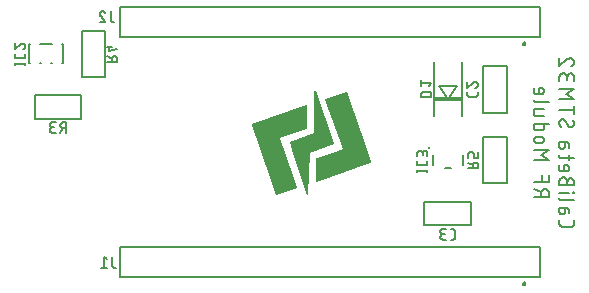
<source format=gbr>
G04 EAGLE Gerber RS-274X export*
G75*
%MOMM*%
%FSLAX34Y34*%
%LPD*%
%INSilkscreen Bottom*%
%IPPOS*%
%AMOC8*
5,1,8,0,0,1.08239X$1,22.5*%
G01*
%ADD10C,0.177800*%
%ADD11C,0.127000*%
%ADD12C,0.200000*%
%ADD13C,0.152400*%
%ADD14C,0.150000*%
%ADD15C,0.203200*%
%ADD16C,0.254000*%
%ADD17R,2.300000X0.300000*%

G36*
X269031Y81517D02*
X269031Y81517D01*
X269066Y81516D01*
X269384Y81565D01*
X269419Y81578D01*
X269474Y81587D01*
X314381Y97364D01*
X314414Y97384D01*
X314469Y97405D01*
X314762Y97578D01*
X314806Y97617D01*
X314855Y97649D01*
X314879Y97683D01*
X314910Y97711D01*
X314935Y97764D01*
X314968Y97812D01*
X314976Y97853D01*
X314994Y97892D01*
X314996Y97950D01*
X315008Y98007D01*
X315000Y98055D01*
X315001Y98090D01*
X314988Y98123D01*
X314980Y98171D01*
X312104Y106488D01*
X294458Y157515D01*
X294413Y157591D01*
X294371Y157670D01*
X294362Y157677D01*
X294357Y157686D01*
X294285Y157739D01*
X294216Y157795D01*
X294205Y157798D01*
X294197Y157804D01*
X294157Y157814D01*
X294058Y157846D01*
X293764Y157889D01*
X293729Y157887D01*
X293694Y157894D01*
X293610Y157880D01*
X293565Y157877D01*
X293550Y157870D01*
X293530Y157867D01*
X276886Y152151D01*
X276842Y152125D01*
X276793Y152108D01*
X276749Y152070D01*
X276715Y152050D01*
X276697Y152026D01*
X276666Y152000D01*
X276479Y151777D01*
X276444Y151712D01*
X276402Y151651D01*
X276396Y151626D01*
X276384Y151603D01*
X276377Y151529D01*
X276362Y151456D01*
X276367Y151427D01*
X276365Y151405D01*
X276378Y151363D01*
X276390Y151292D01*
X290980Y109369D01*
X280220Y105577D01*
X280210Y105571D01*
X280195Y105567D01*
X279949Y105465D01*
X279935Y105463D01*
X279556Y105343D01*
X279550Y105339D01*
X279541Y105338D01*
X268979Y101616D01*
X268929Y101586D01*
X268875Y101565D01*
X268845Y101535D01*
X268808Y101513D01*
X268774Y101467D01*
X268732Y101426D01*
X268712Y101381D01*
X268691Y101353D01*
X268683Y101319D01*
X268663Y101275D01*
X268572Y100939D01*
X268569Y100894D01*
X268554Y100810D01*
X268491Y82011D01*
X268500Y81965D01*
X268500Y81918D01*
X268520Y81868D01*
X268530Y81816D01*
X268557Y81777D01*
X268574Y81734D01*
X268612Y81696D01*
X268642Y81652D01*
X268682Y81626D01*
X268715Y81593D01*
X268764Y81573D01*
X268809Y81544D01*
X268856Y81536D01*
X268900Y81519D01*
X268964Y81518D01*
X269005Y81511D01*
X269031Y81517D01*
G37*
G36*
X235322Y70120D02*
X235322Y70120D01*
X235347Y70118D01*
X235388Y70131D01*
X235453Y70142D01*
X252071Y75997D01*
X252072Y75998D01*
X252073Y75998D01*
X252158Y76050D01*
X252242Y76100D01*
X252243Y76101D01*
X252345Y76232D01*
X252479Y76483D01*
X252486Y76505D01*
X252499Y76524D01*
X252514Y76599D01*
X252537Y76673D01*
X252534Y76696D01*
X252539Y76719D01*
X252519Y76838D01*
X252515Y76871D01*
X252512Y76876D01*
X252511Y76883D01*
X240653Y110916D01*
X237975Y118602D01*
X260364Y126405D01*
X260398Y126426D01*
X260437Y126437D01*
X260497Y126484D01*
X260535Y126506D01*
X260547Y126523D01*
X260568Y126540D01*
X260789Y126782D01*
X260791Y126785D01*
X260793Y126786D01*
X260842Y126870D01*
X260892Y126953D01*
X260892Y126956D01*
X260893Y126958D01*
X260920Y127122D01*
X260785Y145949D01*
X260767Y146035D01*
X260753Y146121D01*
X260746Y146131D01*
X260744Y146144D01*
X260694Y146216D01*
X260647Y146289D01*
X260637Y146297D01*
X260630Y146307D01*
X260556Y146353D01*
X260484Y146403D01*
X260471Y146407D01*
X260462Y146413D01*
X260420Y146419D01*
X260323Y146443D01*
X260053Y146464D01*
X260033Y146461D01*
X260014Y146465D01*
X259876Y146441D01*
X259855Y146439D01*
X259853Y146437D01*
X259850Y146437D01*
X214489Y130531D01*
X214408Y130483D01*
X214325Y130436D01*
X214322Y130432D01*
X214318Y130429D01*
X214262Y130353D01*
X214205Y130278D01*
X214203Y130273D01*
X214200Y130269D01*
X214193Y130240D01*
X214158Y130118D01*
X214123Y129820D01*
X214125Y129791D01*
X214119Y129762D01*
X214136Y129665D01*
X214139Y129622D01*
X214145Y129612D01*
X214147Y129598D01*
X217574Y119763D01*
X217620Y119685D01*
X217631Y119666D01*
X217652Y119539D01*
X234651Y70758D01*
X234668Y70730D01*
X234682Y70688D01*
X234846Y70379D01*
X234891Y70324D01*
X234930Y70265D01*
X234954Y70248D01*
X234973Y70225D01*
X235036Y70192D01*
X235094Y70153D01*
X235123Y70147D01*
X235149Y70133D01*
X235220Y70128D01*
X235289Y70114D01*
X235322Y70120D01*
G37*
G36*
X261373Y70075D02*
X261373Y70075D01*
X261460Y70088D01*
X261470Y70094D01*
X261481Y70096D01*
X261554Y70145D01*
X261630Y70191D01*
X261637Y70201D01*
X261646Y70207D01*
X261694Y70281D01*
X261746Y70353D01*
X261748Y70364D01*
X261755Y70374D01*
X261789Y70536D01*
X263283Y105945D01*
X283421Y113631D01*
X283445Y113646D01*
X283473Y113654D01*
X283528Y113699D01*
X283589Y113737D01*
X283605Y113761D01*
X283628Y113779D01*
X283661Y113842D01*
X283702Y113901D01*
X283708Y113929D01*
X283721Y113955D01*
X283734Y114054D01*
X283742Y114096D01*
X283740Y114106D01*
X283742Y114120D01*
X283736Y114243D01*
X283726Y114282D01*
X283708Y114387D01*
X268159Y158447D01*
X268154Y158455D01*
X268153Y158465D01*
X268103Y158540D01*
X268057Y158617D01*
X268049Y158623D01*
X268044Y158631D01*
X267969Y158682D01*
X267897Y158734D01*
X267887Y158737D01*
X267879Y158742D01*
X267790Y158759D01*
X267703Y158780D01*
X267693Y158778D01*
X267684Y158780D01*
X267596Y158761D01*
X267507Y158746D01*
X267499Y158740D01*
X267489Y158738D01*
X267415Y158687D01*
X267340Y158638D01*
X267334Y158630D01*
X267326Y158624D01*
X267279Y158548D01*
X267228Y158473D01*
X267226Y158464D01*
X267221Y158455D01*
X267190Y158292D01*
X266375Y122918D01*
X246698Y115701D01*
X246684Y115693D01*
X246669Y115689D01*
X246600Y115641D01*
X246529Y115597D01*
X246520Y115584D01*
X246507Y115575D01*
X246414Y115436D01*
X246369Y115336D01*
X246344Y115222D01*
X246326Y115142D01*
X246326Y115139D01*
X246350Y114978D01*
X248473Y108434D01*
X248492Y108401D01*
X260816Y70403D01*
X260821Y70393D01*
X260823Y70382D01*
X260870Y70307D01*
X260913Y70230D01*
X260922Y70223D01*
X260928Y70214D01*
X261001Y70163D01*
X261071Y70109D01*
X261082Y70106D01*
X261091Y70100D01*
X261178Y70081D01*
X261263Y70059D01*
X261275Y70061D01*
X261286Y70058D01*
X261373Y70075D01*
G37*
D10*
X474445Y49202D02*
X474445Y46436D01*
X474447Y46333D01*
X474453Y46229D01*
X474462Y46126D01*
X474476Y46024D01*
X474493Y45922D01*
X474514Y45821D01*
X474539Y45720D01*
X474568Y45621D01*
X474600Y45522D01*
X474636Y45425D01*
X474676Y45330D01*
X474719Y45236D01*
X474766Y45144D01*
X474816Y45053D01*
X474869Y44964D01*
X474926Y44878D01*
X474985Y44793D01*
X475048Y44711D01*
X475114Y44632D01*
X475183Y44555D01*
X475255Y44480D01*
X475330Y44408D01*
X475407Y44339D01*
X475486Y44273D01*
X475568Y44210D01*
X475653Y44151D01*
X475739Y44094D01*
X475828Y44041D01*
X475919Y43991D01*
X476011Y43944D01*
X476105Y43901D01*
X476200Y43861D01*
X476297Y43825D01*
X476396Y43793D01*
X476495Y43764D01*
X476596Y43739D01*
X476697Y43718D01*
X476799Y43701D01*
X476901Y43687D01*
X477004Y43678D01*
X477108Y43672D01*
X477211Y43670D01*
X477211Y43671D02*
X484125Y43671D01*
X484125Y43670D02*
X484228Y43672D01*
X484332Y43678D01*
X484435Y43687D01*
X484537Y43701D01*
X484639Y43718D01*
X484740Y43739D01*
X484841Y43764D01*
X484940Y43793D01*
X485039Y43825D01*
X485136Y43861D01*
X485231Y43901D01*
X485325Y43944D01*
X485417Y43991D01*
X485508Y44041D01*
X485597Y44094D01*
X485683Y44151D01*
X485767Y44210D01*
X485850Y44273D01*
X485929Y44339D01*
X486006Y44408D01*
X486081Y44480D01*
X486153Y44555D01*
X486222Y44632D01*
X486288Y44711D01*
X486351Y44793D01*
X486410Y44878D01*
X486467Y44964D01*
X486520Y45053D01*
X486570Y45144D01*
X486617Y45236D01*
X486660Y45330D01*
X486700Y45425D01*
X486736Y45522D01*
X486768Y45621D01*
X486797Y45720D01*
X486822Y45820D01*
X486843Y45922D01*
X486860Y46024D01*
X486874Y46126D01*
X486883Y46229D01*
X486889Y46333D01*
X486891Y46436D01*
X486891Y49202D01*
X479285Y56560D02*
X479285Y59671D01*
X479285Y56560D02*
X479283Y56463D01*
X479277Y56365D01*
X479267Y56268D01*
X479254Y56172D01*
X479236Y56076D01*
X479215Y55981D01*
X479189Y55887D01*
X479160Y55794D01*
X479128Y55702D01*
X479091Y55611D01*
X479051Y55523D01*
X479008Y55435D01*
X478961Y55350D01*
X478910Y55267D01*
X478857Y55185D01*
X478800Y55106D01*
X478740Y55029D01*
X478676Y54955D01*
X478610Y54884D01*
X478541Y54815D01*
X478470Y54749D01*
X478396Y54685D01*
X478319Y54625D01*
X478240Y54568D01*
X478158Y54515D01*
X478075Y54464D01*
X477990Y54417D01*
X477902Y54374D01*
X477814Y54334D01*
X477723Y54297D01*
X477631Y54265D01*
X477538Y54236D01*
X477444Y54210D01*
X477349Y54189D01*
X477253Y54171D01*
X477157Y54158D01*
X477060Y54148D01*
X476962Y54142D01*
X476865Y54140D01*
X476768Y54142D01*
X476670Y54148D01*
X476573Y54158D01*
X476477Y54171D01*
X476381Y54189D01*
X476286Y54210D01*
X476192Y54236D01*
X476099Y54265D01*
X476007Y54297D01*
X475916Y54334D01*
X475828Y54374D01*
X475740Y54417D01*
X475655Y54464D01*
X475572Y54515D01*
X475490Y54568D01*
X475411Y54625D01*
X475334Y54685D01*
X475260Y54749D01*
X475189Y54815D01*
X475120Y54884D01*
X475054Y54955D01*
X474990Y55029D01*
X474930Y55106D01*
X474873Y55185D01*
X474820Y55267D01*
X474769Y55350D01*
X474722Y55435D01*
X474679Y55523D01*
X474639Y55611D01*
X474602Y55702D01*
X474570Y55794D01*
X474541Y55887D01*
X474515Y55981D01*
X474494Y56076D01*
X474476Y56172D01*
X474463Y56268D01*
X474453Y56365D01*
X474447Y56463D01*
X474445Y56560D01*
X474445Y59671D01*
X480668Y59671D01*
X480756Y59669D01*
X480844Y59664D01*
X480931Y59654D01*
X481019Y59641D01*
X481105Y59624D01*
X481191Y59604D01*
X481275Y59580D01*
X481359Y59553D01*
X481441Y59521D01*
X481522Y59487D01*
X481602Y59449D01*
X481679Y59408D01*
X481755Y59363D01*
X481829Y59315D01*
X481901Y59264D01*
X481971Y59211D01*
X482038Y59154D01*
X482103Y59094D01*
X482165Y59032D01*
X482225Y58967D01*
X482282Y58900D01*
X482335Y58830D01*
X482386Y58758D01*
X482434Y58684D01*
X482479Y58608D01*
X482520Y58531D01*
X482558Y58451D01*
X482592Y58370D01*
X482624Y58288D01*
X482651Y58204D01*
X482675Y58120D01*
X482695Y58034D01*
X482712Y57948D01*
X482725Y57860D01*
X482735Y57773D01*
X482740Y57685D01*
X482742Y57597D01*
X482742Y54831D01*
X486891Y65840D02*
X476519Y65840D01*
X476519Y65841D02*
X476431Y65843D01*
X476343Y65848D01*
X476256Y65858D01*
X476168Y65871D01*
X476082Y65888D01*
X475996Y65908D01*
X475912Y65932D01*
X475828Y65959D01*
X475746Y65991D01*
X475665Y66025D01*
X475585Y66063D01*
X475508Y66104D01*
X475432Y66149D01*
X475358Y66197D01*
X475286Y66248D01*
X475216Y66301D01*
X475149Y66358D01*
X475084Y66418D01*
X475022Y66480D01*
X474962Y66545D01*
X474905Y66612D01*
X474852Y66682D01*
X474801Y66754D01*
X474753Y66828D01*
X474708Y66904D01*
X474667Y66981D01*
X474629Y67061D01*
X474595Y67142D01*
X474563Y67224D01*
X474536Y67308D01*
X474512Y67392D01*
X474492Y67478D01*
X474475Y67564D01*
X474462Y67652D01*
X474452Y67739D01*
X474447Y67827D01*
X474445Y67915D01*
X474445Y72352D02*
X482742Y72352D01*
X486200Y72006D02*
X486891Y72006D01*
X486891Y72698D01*
X486200Y72698D01*
X486200Y72006D01*
X481359Y78526D02*
X481359Y81983D01*
X481357Y82100D01*
X481351Y82216D01*
X481341Y82333D01*
X481327Y82449D01*
X481310Y82564D01*
X481288Y82679D01*
X481263Y82793D01*
X481234Y82906D01*
X481200Y83018D01*
X481164Y83129D01*
X481123Y83238D01*
X481079Y83346D01*
X481031Y83453D01*
X480980Y83558D01*
X480925Y83661D01*
X480866Y83762D01*
X480804Y83861D01*
X480739Y83958D01*
X480671Y84053D01*
X480600Y84145D01*
X480525Y84235D01*
X480447Y84322D01*
X480367Y84407D01*
X480284Y84489D01*
X480198Y84568D01*
X480109Y84644D01*
X480018Y84717D01*
X479925Y84787D01*
X479829Y84853D01*
X479731Y84917D01*
X479631Y84977D01*
X479528Y85034D01*
X479424Y85087D01*
X479319Y85136D01*
X479211Y85182D01*
X479103Y85225D01*
X478992Y85264D01*
X478881Y85298D01*
X478769Y85330D01*
X478655Y85357D01*
X478541Y85381D01*
X478425Y85400D01*
X478310Y85416D01*
X478194Y85428D01*
X478077Y85436D01*
X477960Y85440D01*
X477844Y85440D01*
X477727Y85436D01*
X477610Y85428D01*
X477494Y85416D01*
X477379Y85400D01*
X477263Y85381D01*
X477149Y85357D01*
X477035Y85330D01*
X476923Y85298D01*
X476812Y85264D01*
X476701Y85225D01*
X476593Y85182D01*
X476485Y85136D01*
X476380Y85087D01*
X476276Y85034D01*
X476174Y84977D01*
X476073Y84917D01*
X475975Y84853D01*
X475879Y84787D01*
X475786Y84717D01*
X475695Y84644D01*
X475606Y84568D01*
X475520Y84489D01*
X475437Y84407D01*
X475357Y84322D01*
X475279Y84235D01*
X475204Y84145D01*
X475133Y84053D01*
X475065Y83958D01*
X475000Y83861D01*
X474938Y83762D01*
X474879Y83661D01*
X474824Y83558D01*
X474773Y83453D01*
X474725Y83346D01*
X474681Y83238D01*
X474640Y83129D01*
X474604Y83018D01*
X474570Y82906D01*
X474541Y82793D01*
X474516Y82679D01*
X474494Y82564D01*
X474477Y82449D01*
X474463Y82333D01*
X474453Y82216D01*
X474447Y82100D01*
X474445Y81983D01*
X474445Y78526D01*
X486891Y78526D01*
X486891Y81983D01*
X486889Y82086D01*
X486883Y82190D01*
X486874Y82293D01*
X486860Y82395D01*
X486843Y82497D01*
X486822Y82598D01*
X486797Y82699D01*
X486768Y82798D01*
X486736Y82897D01*
X486700Y82994D01*
X486660Y83089D01*
X486617Y83183D01*
X486570Y83275D01*
X486520Y83366D01*
X486467Y83455D01*
X486410Y83541D01*
X486351Y83626D01*
X486288Y83708D01*
X486222Y83787D01*
X486153Y83864D01*
X486081Y83939D01*
X486006Y84011D01*
X485929Y84080D01*
X485850Y84146D01*
X485768Y84209D01*
X485683Y84268D01*
X485597Y84325D01*
X485508Y84378D01*
X485417Y84428D01*
X485325Y84475D01*
X485231Y84518D01*
X485136Y84558D01*
X485039Y84594D01*
X484940Y84626D01*
X484841Y84655D01*
X484740Y84680D01*
X484639Y84701D01*
X484537Y84718D01*
X484435Y84732D01*
X484332Y84741D01*
X484228Y84747D01*
X484125Y84749D01*
X484022Y84747D01*
X483918Y84741D01*
X483815Y84732D01*
X483713Y84718D01*
X483611Y84701D01*
X483510Y84680D01*
X483409Y84655D01*
X483310Y84626D01*
X483211Y84594D01*
X483114Y84558D01*
X483019Y84518D01*
X482925Y84475D01*
X482833Y84428D01*
X482742Y84378D01*
X482653Y84325D01*
X482567Y84268D01*
X482482Y84209D01*
X482400Y84146D01*
X482321Y84080D01*
X482244Y84011D01*
X482169Y83939D01*
X482097Y83864D01*
X482028Y83787D01*
X481962Y83708D01*
X481899Y83626D01*
X481840Y83541D01*
X481783Y83455D01*
X481730Y83366D01*
X481680Y83275D01*
X481633Y83183D01*
X481590Y83089D01*
X481550Y82994D01*
X481514Y82897D01*
X481482Y82798D01*
X481453Y82699D01*
X481428Y82598D01*
X481407Y82497D01*
X481390Y82395D01*
X481376Y82293D01*
X481367Y82190D01*
X481361Y82086D01*
X481359Y81983D01*
X474445Y92570D02*
X474445Y96027D01*
X474445Y92570D02*
X474447Y92482D01*
X474452Y92394D01*
X474462Y92307D01*
X474475Y92219D01*
X474492Y92133D01*
X474512Y92047D01*
X474536Y91963D01*
X474563Y91879D01*
X474595Y91797D01*
X474629Y91716D01*
X474667Y91636D01*
X474708Y91559D01*
X474753Y91483D01*
X474801Y91409D01*
X474852Y91337D01*
X474905Y91267D01*
X474962Y91200D01*
X475022Y91135D01*
X475084Y91073D01*
X475149Y91013D01*
X475216Y90956D01*
X475286Y90903D01*
X475358Y90852D01*
X475432Y90804D01*
X475508Y90759D01*
X475585Y90718D01*
X475665Y90680D01*
X475746Y90646D01*
X475828Y90614D01*
X475912Y90587D01*
X475996Y90563D01*
X476082Y90543D01*
X476168Y90526D01*
X476256Y90513D01*
X476343Y90503D01*
X476431Y90498D01*
X476519Y90496D01*
X476519Y90495D02*
X479977Y90495D01*
X480080Y90497D01*
X480184Y90503D01*
X480287Y90512D01*
X480389Y90526D01*
X480491Y90543D01*
X480592Y90564D01*
X480693Y90589D01*
X480792Y90618D01*
X480891Y90650D01*
X480988Y90686D01*
X481083Y90726D01*
X481177Y90769D01*
X481269Y90816D01*
X481360Y90866D01*
X481449Y90919D01*
X481535Y90976D01*
X481620Y91035D01*
X481702Y91098D01*
X481781Y91164D01*
X481858Y91233D01*
X481933Y91305D01*
X482005Y91380D01*
X482074Y91457D01*
X482140Y91536D01*
X482203Y91618D01*
X482262Y91703D01*
X482319Y91789D01*
X482372Y91878D01*
X482422Y91969D01*
X482469Y92061D01*
X482512Y92155D01*
X482552Y92250D01*
X482588Y92347D01*
X482620Y92446D01*
X482649Y92545D01*
X482674Y92646D01*
X482695Y92747D01*
X482712Y92849D01*
X482726Y92951D01*
X482735Y93054D01*
X482741Y93158D01*
X482743Y93261D01*
X482741Y93364D01*
X482735Y93468D01*
X482726Y93571D01*
X482712Y93673D01*
X482695Y93775D01*
X482674Y93876D01*
X482649Y93977D01*
X482620Y94076D01*
X482588Y94175D01*
X482552Y94272D01*
X482512Y94367D01*
X482469Y94461D01*
X482422Y94553D01*
X482372Y94644D01*
X482319Y94733D01*
X482262Y94819D01*
X482203Y94904D01*
X482140Y94986D01*
X482074Y95065D01*
X482005Y95142D01*
X481933Y95217D01*
X481858Y95289D01*
X481781Y95358D01*
X481702Y95424D01*
X481620Y95487D01*
X481535Y95546D01*
X481449Y95603D01*
X481360Y95656D01*
X481269Y95706D01*
X481177Y95753D01*
X481083Y95796D01*
X480988Y95836D01*
X480891Y95872D01*
X480792Y95904D01*
X480693Y95933D01*
X480592Y95958D01*
X480491Y95979D01*
X480389Y95996D01*
X480287Y96010D01*
X480184Y96019D01*
X480080Y96025D01*
X479977Y96027D01*
X478594Y96027D01*
X478594Y90495D01*
X482742Y100442D02*
X482742Y104591D01*
X486891Y101825D02*
X476519Y101825D01*
X476431Y101827D01*
X476343Y101832D01*
X476256Y101842D01*
X476168Y101855D01*
X476082Y101872D01*
X475996Y101892D01*
X475912Y101916D01*
X475828Y101943D01*
X475746Y101975D01*
X475665Y102009D01*
X475585Y102047D01*
X475508Y102088D01*
X475432Y102133D01*
X475358Y102181D01*
X475286Y102232D01*
X475216Y102285D01*
X475149Y102342D01*
X475084Y102402D01*
X475022Y102464D01*
X474962Y102529D01*
X474905Y102596D01*
X474851Y102666D01*
X474801Y102738D01*
X474753Y102812D01*
X474708Y102888D01*
X474667Y102965D01*
X474629Y103045D01*
X474595Y103126D01*
X474563Y103208D01*
X474536Y103292D01*
X474512Y103376D01*
X474492Y103462D01*
X474475Y103549D01*
X474462Y103636D01*
X474452Y103723D01*
X474447Y103811D01*
X474445Y103899D01*
X474445Y104591D01*
X479285Y112033D02*
X479285Y115145D01*
X479285Y112033D02*
X479283Y111936D01*
X479277Y111838D01*
X479267Y111741D01*
X479254Y111645D01*
X479236Y111549D01*
X479215Y111454D01*
X479189Y111360D01*
X479160Y111267D01*
X479128Y111175D01*
X479091Y111084D01*
X479051Y110996D01*
X479008Y110908D01*
X478961Y110823D01*
X478910Y110740D01*
X478857Y110658D01*
X478800Y110579D01*
X478740Y110502D01*
X478676Y110428D01*
X478610Y110357D01*
X478541Y110288D01*
X478470Y110222D01*
X478396Y110158D01*
X478319Y110098D01*
X478240Y110041D01*
X478158Y109988D01*
X478075Y109937D01*
X477990Y109890D01*
X477902Y109847D01*
X477814Y109807D01*
X477723Y109770D01*
X477631Y109738D01*
X477538Y109709D01*
X477444Y109683D01*
X477349Y109662D01*
X477253Y109644D01*
X477157Y109631D01*
X477060Y109621D01*
X476962Y109615D01*
X476865Y109613D01*
X476768Y109615D01*
X476670Y109621D01*
X476573Y109631D01*
X476477Y109644D01*
X476381Y109662D01*
X476286Y109683D01*
X476192Y109709D01*
X476099Y109738D01*
X476007Y109770D01*
X475916Y109807D01*
X475828Y109847D01*
X475740Y109890D01*
X475655Y109937D01*
X475572Y109988D01*
X475490Y110041D01*
X475411Y110098D01*
X475334Y110158D01*
X475260Y110222D01*
X475189Y110288D01*
X475120Y110357D01*
X475054Y110428D01*
X474990Y110502D01*
X474930Y110579D01*
X474873Y110658D01*
X474820Y110740D01*
X474769Y110823D01*
X474722Y110908D01*
X474679Y110996D01*
X474639Y111084D01*
X474602Y111175D01*
X474570Y111267D01*
X474541Y111360D01*
X474515Y111454D01*
X474494Y111549D01*
X474476Y111645D01*
X474463Y111741D01*
X474453Y111838D01*
X474447Y111936D01*
X474445Y112033D01*
X474445Y115145D01*
X480668Y115145D01*
X480668Y115144D02*
X480756Y115142D01*
X480844Y115137D01*
X480931Y115127D01*
X481019Y115114D01*
X481105Y115097D01*
X481191Y115077D01*
X481275Y115053D01*
X481359Y115026D01*
X481441Y114994D01*
X481522Y114960D01*
X481602Y114922D01*
X481679Y114881D01*
X481755Y114836D01*
X481829Y114788D01*
X481901Y114737D01*
X481971Y114684D01*
X482038Y114627D01*
X482103Y114567D01*
X482165Y114505D01*
X482225Y114440D01*
X482282Y114373D01*
X482335Y114303D01*
X482386Y114231D01*
X482434Y114157D01*
X482479Y114081D01*
X482520Y114004D01*
X482558Y113924D01*
X482592Y113843D01*
X482624Y113761D01*
X482651Y113677D01*
X482675Y113593D01*
X482695Y113507D01*
X482712Y113421D01*
X482725Y113333D01*
X482735Y113246D01*
X482740Y113158D01*
X482742Y113070D01*
X482742Y110305D01*
X474445Y131931D02*
X474447Y132034D01*
X474453Y132138D01*
X474462Y132241D01*
X474476Y132343D01*
X474493Y132445D01*
X474514Y132546D01*
X474539Y132647D01*
X474568Y132746D01*
X474600Y132845D01*
X474636Y132942D01*
X474676Y133037D01*
X474719Y133131D01*
X474766Y133223D01*
X474816Y133314D01*
X474869Y133403D01*
X474926Y133489D01*
X474985Y133574D01*
X475048Y133656D01*
X475114Y133735D01*
X475183Y133812D01*
X475255Y133887D01*
X475330Y133959D01*
X475407Y134028D01*
X475486Y134094D01*
X475568Y134157D01*
X475653Y134216D01*
X475739Y134273D01*
X475828Y134326D01*
X475919Y134376D01*
X476011Y134423D01*
X476105Y134466D01*
X476200Y134506D01*
X476297Y134542D01*
X476396Y134574D01*
X476495Y134603D01*
X476596Y134628D01*
X476697Y134649D01*
X476799Y134666D01*
X476901Y134680D01*
X477004Y134689D01*
X477108Y134695D01*
X477211Y134697D01*
X474445Y131931D02*
X474447Y131782D01*
X474453Y131633D01*
X474462Y131485D01*
X474475Y131337D01*
X474492Y131189D01*
X474513Y131042D01*
X474538Y130895D01*
X474566Y130749D01*
X474598Y130603D01*
X474634Y130459D01*
X474673Y130315D01*
X474716Y130173D01*
X474762Y130031D01*
X474813Y129891D01*
X474866Y129753D01*
X474924Y129615D01*
X474984Y129479D01*
X475048Y129345D01*
X475116Y129212D01*
X475187Y129082D01*
X475261Y128953D01*
X475339Y128826D01*
X475419Y128701D01*
X475503Y128578D01*
X475590Y128457D01*
X475680Y128338D01*
X475773Y128222D01*
X475869Y128108D01*
X475968Y127997D01*
X476069Y127888D01*
X476174Y127782D01*
X484125Y128127D02*
X484228Y128129D01*
X484332Y128135D01*
X484435Y128144D01*
X484537Y128158D01*
X484639Y128175D01*
X484740Y128196D01*
X484841Y128221D01*
X484940Y128250D01*
X485039Y128282D01*
X485136Y128318D01*
X485231Y128358D01*
X485325Y128401D01*
X485417Y128448D01*
X485508Y128498D01*
X485597Y128551D01*
X485683Y128608D01*
X485768Y128667D01*
X485850Y128730D01*
X485929Y128796D01*
X486006Y128865D01*
X486081Y128937D01*
X486153Y129012D01*
X486222Y129089D01*
X486288Y129168D01*
X486351Y129251D01*
X486410Y129335D01*
X486467Y129421D01*
X486520Y129510D01*
X486570Y129601D01*
X486617Y129693D01*
X486660Y129787D01*
X486700Y129882D01*
X486736Y129979D01*
X486768Y130078D01*
X486797Y130177D01*
X486822Y130278D01*
X486843Y130379D01*
X486860Y130481D01*
X486874Y130583D01*
X486883Y130686D01*
X486889Y130790D01*
X486891Y130893D01*
X486889Y131032D01*
X486884Y131171D01*
X486874Y131310D01*
X486861Y131448D01*
X486844Y131586D01*
X486824Y131724D01*
X486800Y131861D01*
X486772Y131997D01*
X486741Y132132D01*
X486706Y132267D01*
X486667Y132401D01*
X486625Y132533D01*
X486579Y132664D01*
X486530Y132794D01*
X486477Y132923D01*
X486421Y133050D01*
X486362Y133176D01*
X486299Y133300D01*
X486232Y133422D01*
X486163Y133543D01*
X486090Y133661D01*
X486015Y133778D01*
X485936Y133892D01*
X485854Y134005D01*
X481705Y129511D02*
X481759Y129422D01*
X481817Y129335D01*
X481878Y129251D01*
X481942Y129169D01*
X482009Y129089D01*
X482079Y129012D01*
X482152Y128937D01*
X482228Y128866D01*
X482306Y128797D01*
X482386Y128731D01*
X482469Y128668D01*
X482554Y128608D01*
X482642Y128551D01*
X482731Y128498D01*
X482823Y128448D01*
X482916Y128402D01*
X483011Y128358D01*
X483107Y128319D01*
X483205Y128283D01*
X483304Y128251D01*
X483404Y128222D01*
X483505Y128197D01*
X483607Y128176D01*
X483710Y128159D01*
X483813Y128145D01*
X483917Y128136D01*
X484021Y128130D01*
X484125Y128128D01*
X479631Y133313D02*
X479577Y133402D01*
X479519Y133488D01*
X479458Y133573D01*
X479394Y133655D01*
X479327Y133735D01*
X479257Y133812D01*
X479184Y133886D01*
X479108Y133958D01*
X479030Y134027D01*
X478950Y134093D01*
X478867Y134156D01*
X478782Y134216D01*
X478694Y134273D01*
X478605Y134326D01*
X478513Y134376D01*
X478420Y134422D01*
X478325Y134466D01*
X478229Y134505D01*
X478131Y134541D01*
X478032Y134573D01*
X477932Y134602D01*
X477831Y134627D01*
X477729Y134648D01*
X477626Y134665D01*
X477523Y134679D01*
X477419Y134688D01*
X477315Y134694D01*
X477211Y134696D01*
X479631Y133314D02*
X481705Y129511D01*
X486891Y142761D02*
X474445Y142761D01*
X486891Y139303D02*
X486891Y146218D01*
X486891Y151840D02*
X474445Y151840D01*
X479977Y155989D02*
X486891Y151840D01*
X479977Y155989D02*
X486891Y160138D01*
X474445Y160138D01*
X474445Y166613D02*
X474445Y170071D01*
X474447Y170188D01*
X474453Y170304D01*
X474463Y170421D01*
X474477Y170537D01*
X474494Y170652D01*
X474516Y170767D01*
X474541Y170881D01*
X474570Y170994D01*
X474604Y171106D01*
X474640Y171217D01*
X474681Y171326D01*
X474725Y171434D01*
X474773Y171541D01*
X474824Y171646D01*
X474879Y171749D01*
X474938Y171850D01*
X475000Y171949D01*
X475065Y172046D01*
X475133Y172141D01*
X475204Y172233D01*
X475279Y172323D01*
X475357Y172410D01*
X475437Y172495D01*
X475520Y172577D01*
X475606Y172656D01*
X475695Y172732D01*
X475786Y172805D01*
X475879Y172875D01*
X475975Y172941D01*
X476073Y173005D01*
X476174Y173065D01*
X476276Y173122D01*
X476380Y173175D01*
X476485Y173224D01*
X476593Y173270D01*
X476701Y173313D01*
X476812Y173352D01*
X476923Y173386D01*
X477035Y173418D01*
X477149Y173445D01*
X477263Y173469D01*
X477379Y173488D01*
X477494Y173504D01*
X477610Y173516D01*
X477727Y173524D01*
X477844Y173528D01*
X477960Y173528D01*
X478077Y173524D01*
X478194Y173516D01*
X478310Y173504D01*
X478425Y173488D01*
X478541Y173469D01*
X478655Y173445D01*
X478769Y173418D01*
X478881Y173386D01*
X478992Y173352D01*
X479103Y173313D01*
X479211Y173270D01*
X479319Y173224D01*
X479424Y173175D01*
X479528Y173122D01*
X479631Y173065D01*
X479731Y173005D01*
X479829Y172941D01*
X479925Y172875D01*
X480018Y172805D01*
X480109Y172732D01*
X480198Y172656D01*
X480284Y172577D01*
X480367Y172495D01*
X480447Y172410D01*
X480525Y172323D01*
X480600Y172233D01*
X480671Y172141D01*
X480739Y172046D01*
X480804Y171949D01*
X480866Y171850D01*
X480925Y171749D01*
X480980Y171646D01*
X481031Y171541D01*
X481079Y171434D01*
X481123Y171326D01*
X481164Y171217D01*
X481200Y171106D01*
X481234Y170994D01*
X481263Y170881D01*
X481288Y170767D01*
X481310Y170652D01*
X481327Y170537D01*
X481341Y170421D01*
X481351Y170304D01*
X481357Y170188D01*
X481359Y170071D01*
X486891Y170762D02*
X486891Y166613D01*
X486891Y170762D02*
X486889Y170865D01*
X486883Y170969D01*
X486874Y171072D01*
X486860Y171174D01*
X486843Y171276D01*
X486822Y171377D01*
X486797Y171478D01*
X486768Y171577D01*
X486736Y171676D01*
X486700Y171773D01*
X486660Y171868D01*
X486617Y171962D01*
X486570Y172054D01*
X486520Y172145D01*
X486467Y172234D01*
X486410Y172320D01*
X486351Y172405D01*
X486288Y172487D01*
X486222Y172566D01*
X486153Y172643D01*
X486081Y172718D01*
X486006Y172790D01*
X485929Y172859D01*
X485850Y172925D01*
X485768Y172988D01*
X485683Y173047D01*
X485597Y173104D01*
X485508Y173157D01*
X485417Y173207D01*
X485325Y173254D01*
X485231Y173297D01*
X485136Y173337D01*
X485039Y173373D01*
X484940Y173405D01*
X484841Y173434D01*
X484740Y173459D01*
X484639Y173480D01*
X484537Y173497D01*
X484435Y173511D01*
X484332Y173520D01*
X484228Y173526D01*
X484125Y173528D01*
X484022Y173526D01*
X483918Y173520D01*
X483815Y173511D01*
X483713Y173497D01*
X483611Y173480D01*
X483510Y173459D01*
X483409Y173434D01*
X483310Y173405D01*
X483211Y173373D01*
X483114Y173337D01*
X483019Y173297D01*
X482925Y173254D01*
X482833Y173207D01*
X482742Y173157D01*
X482653Y173104D01*
X482567Y173047D01*
X482482Y172988D01*
X482400Y172925D01*
X482321Y172859D01*
X482244Y172790D01*
X482169Y172718D01*
X482097Y172643D01*
X482028Y172566D01*
X481962Y172487D01*
X481899Y172405D01*
X481840Y172320D01*
X481783Y172234D01*
X481730Y172145D01*
X481680Y172054D01*
X481633Y171962D01*
X481590Y171868D01*
X481550Y171773D01*
X481514Y171676D01*
X481482Y171577D01*
X481453Y171478D01*
X481428Y171377D01*
X481407Y171276D01*
X481390Y171174D01*
X481376Y171072D01*
X481367Y170969D01*
X481361Y170865D01*
X481359Y170762D01*
X481359Y167996D01*
X486892Y183218D02*
X486890Y183329D01*
X486884Y183440D01*
X486874Y183551D01*
X486860Y183661D01*
X486843Y183771D01*
X486821Y183880D01*
X486795Y183988D01*
X486766Y184095D01*
X486733Y184201D01*
X486696Y184306D01*
X486655Y184409D01*
X486611Y184511D01*
X486563Y184611D01*
X486511Y184709D01*
X486456Y184806D01*
X486398Y184900D01*
X486336Y184993D01*
X486271Y185083D01*
X486203Y185171D01*
X486132Y185256D01*
X486058Y185339D01*
X485981Y185419D01*
X485901Y185496D01*
X485818Y185570D01*
X485733Y185641D01*
X485645Y185709D01*
X485555Y185774D01*
X485462Y185836D01*
X485368Y185894D01*
X485271Y185949D01*
X485173Y186001D01*
X485073Y186049D01*
X484971Y186093D01*
X484868Y186134D01*
X484763Y186171D01*
X484657Y186204D01*
X484550Y186233D01*
X484442Y186259D01*
X484333Y186281D01*
X484223Y186298D01*
X484113Y186312D01*
X484002Y186322D01*
X483891Y186328D01*
X483780Y186330D01*
X486891Y183218D02*
X486889Y183092D01*
X486883Y182967D01*
X486873Y182842D01*
X486859Y182717D01*
X486842Y182592D01*
X486820Y182468D01*
X486795Y182345D01*
X486765Y182223D01*
X486732Y182102D01*
X486695Y181982D01*
X486654Y181863D01*
X486610Y181746D01*
X486562Y181629D01*
X486510Y181515D01*
X486455Y181402D01*
X486396Y181291D01*
X486334Y181182D01*
X486268Y181075D01*
X486199Y180970D01*
X486127Y180867D01*
X486051Y180767D01*
X485972Y180669D01*
X485891Y180573D01*
X485806Y180480D01*
X485719Y180390D01*
X485628Y180303D01*
X485535Y180218D01*
X485440Y180137D01*
X485342Y180058D01*
X485241Y179983D01*
X485138Y179910D01*
X485033Y179842D01*
X484926Y179776D01*
X484817Y179714D01*
X484706Y179655D01*
X484593Y179600D01*
X484478Y179548D01*
X484362Y179500D01*
X484244Y179456D01*
X484126Y179415D01*
X481360Y185292D02*
X481439Y185372D01*
X481521Y185450D01*
X481605Y185525D01*
X481692Y185596D01*
X481781Y185665D01*
X481873Y185731D01*
X481966Y185794D01*
X482062Y185854D01*
X482160Y185910D01*
X482259Y185963D01*
X482361Y186013D01*
X482463Y186059D01*
X482568Y186101D01*
X482674Y186141D01*
X482781Y186176D01*
X482889Y186208D01*
X482998Y186236D01*
X483108Y186261D01*
X483219Y186282D01*
X483330Y186299D01*
X483442Y186312D01*
X483555Y186321D01*
X483667Y186327D01*
X483780Y186329D01*
X481359Y185292D02*
X474445Y179415D01*
X474445Y186329D01*
X465555Y68629D02*
X453109Y68629D01*
X465555Y68629D02*
X465555Y72086D01*
X465553Y72203D01*
X465547Y72319D01*
X465537Y72436D01*
X465523Y72552D01*
X465506Y72667D01*
X465484Y72782D01*
X465459Y72896D01*
X465430Y73009D01*
X465396Y73121D01*
X465360Y73232D01*
X465319Y73341D01*
X465275Y73449D01*
X465227Y73556D01*
X465176Y73661D01*
X465121Y73764D01*
X465062Y73865D01*
X465000Y73964D01*
X464935Y74061D01*
X464867Y74156D01*
X464796Y74248D01*
X464721Y74338D01*
X464643Y74425D01*
X464563Y74510D01*
X464480Y74592D01*
X464394Y74671D01*
X464305Y74747D01*
X464214Y74820D01*
X464121Y74890D01*
X464025Y74956D01*
X463927Y75020D01*
X463827Y75080D01*
X463724Y75137D01*
X463620Y75190D01*
X463515Y75239D01*
X463407Y75285D01*
X463299Y75328D01*
X463188Y75367D01*
X463077Y75401D01*
X462965Y75433D01*
X462851Y75460D01*
X462737Y75484D01*
X462621Y75503D01*
X462506Y75519D01*
X462390Y75531D01*
X462273Y75539D01*
X462156Y75543D01*
X462040Y75543D01*
X461923Y75539D01*
X461806Y75531D01*
X461690Y75519D01*
X461575Y75503D01*
X461459Y75484D01*
X461345Y75460D01*
X461231Y75433D01*
X461119Y75401D01*
X461008Y75367D01*
X460897Y75328D01*
X460789Y75285D01*
X460681Y75239D01*
X460576Y75190D01*
X460472Y75137D01*
X460370Y75080D01*
X460269Y75020D01*
X460171Y74956D01*
X460075Y74890D01*
X459982Y74820D01*
X459891Y74747D01*
X459802Y74671D01*
X459716Y74592D01*
X459633Y74510D01*
X459553Y74425D01*
X459475Y74338D01*
X459400Y74248D01*
X459329Y74156D01*
X459261Y74061D01*
X459196Y73964D01*
X459134Y73865D01*
X459075Y73764D01*
X459020Y73661D01*
X458969Y73556D01*
X458921Y73449D01*
X458877Y73341D01*
X458836Y73232D01*
X458800Y73121D01*
X458766Y73009D01*
X458737Y72896D01*
X458712Y72782D01*
X458690Y72667D01*
X458673Y72552D01*
X458659Y72436D01*
X458649Y72319D01*
X458643Y72203D01*
X458641Y72086D01*
X458641Y68629D01*
X458641Y72778D02*
X453109Y75544D01*
X453109Y81784D02*
X465555Y81784D01*
X465555Y87316D01*
X460023Y87316D02*
X460023Y81784D01*
X465555Y99836D02*
X453109Y99836D01*
X458641Y103985D02*
X465555Y99836D01*
X458641Y103985D02*
X465555Y108133D01*
X453109Y108133D01*
X455875Y114447D02*
X458641Y114447D01*
X458744Y114449D01*
X458848Y114455D01*
X458951Y114464D01*
X459053Y114478D01*
X459155Y114495D01*
X459256Y114516D01*
X459357Y114541D01*
X459456Y114570D01*
X459555Y114602D01*
X459652Y114638D01*
X459747Y114678D01*
X459841Y114721D01*
X459933Y114768D01*
X460024Y114818D01*
X460113Y114871D01*
X460199Y114928D01*
X460284Y114987D01*
X460366Y115050D01*
X460445Y115116D01*
X460522Y115185D01*
X460597Y115257D01*
X460669Y115332D01*
X460738Y115409D01*
X460804Y115488D01*
X460867Y115570D01*
X460926Y115655D01*
X460983Y115741D01*
X461036Y115830D01*
X461086Y115921D01*
X461133Y116013D01*
X461176Y116107D01*
X461216Y116202D01*
X461252Y116299D01*
X461284Y116398D01*
X461313Y116497D01*
X461338Y116598D01*
X461359Y116699D01*
X461376Y116801D01*
X461390Y116903D01*
X461399Y117006D01*
X461405Y117110D01*
X461407Y117213D01*
X461405Y117316D01*
X461399Y117420D01*
X461390Y117523D01*
X461376Y117625D01*
X461359Y117727D01*
X461338Y117828D01*
X461313Y117929D01*
X461284Y118028D01*
X461252Y118127D01*
X461216Y118224D01*
X461176Y118319D01*
X461133Y118413D01*
X461086Y118505D01*
X461036Y118596D01*
X460983Y118685D01*
X460926Y118771D01*
X460867Y118856D01*
X460804Y118938D01*
X460738Y119017D01*
X460669Y119094D01*
X460597Y119169D01*
X460522Y119241D01*
X460445Y119310D01*
X460366Y119376D01*
X460284Y119439D01*
X460199Y119498D01*
X460113Y119555D01*
X460024Y119608D01*
X459933Y119658D01*
X459841Y119705D01*
X459747Y119748D01*
X459652Y119788D01*
X459555Y119824D01*
X459456Y119856D01*
X459357Y119885D01*
X459256Y119910D01*
X459155Y119931D01*
X459053Y119948D01*
X458951Y119962D01*
X458848Y119971D01*
X458744Y119977D01*
X458641Y119979D01*
X455875Y119979D01*
X455772Y119977D01*
X455668Y119971D01*
X455565Y119962D01*
X455463Y119948D01*
X455361Y119931D01*
X455260Y119910D01*
X455159Y119885D01*
X455060Y119856D01*
X454961Y119824D01*
X454864Y119788D01*
X454769Y119748D01*
X454675Y119705D01*
X454583Y119658D01*
X454492Y119608D01*
X454403Y119555D01*
X454317Y119498D01*
X454232Y119439D01*
X454150Y119376D01*
X454071Y119310D01*
X453994Y119241D01*
X453919Y119169D01*
X453847Y119094D01*
X453778Y119017D01*
X453712Y118938D01*
X453649Y118856D01*
X453590Y118771D01*
X453533Y118685D01*
X453480Y118596D01*
X453430Y118505D01*
X453383Y118413D01*
X453340Y118319D01*
X453300Y118224D01*
X453264Y118127D01*
X453232Y118028D01*
X453203Y117929D01*
X453178Y117828D01*
X453157Y117727D01*
X453140Y117625D01*
X453126Y117523D01*
X453117Y117420D01*
X453111Y117316D01*
X453109Y117213D01*
X453111Y117110D01*
X453117Y117006D01*
X453126Y116903D01*
X453140Y116801D01*
X453157Y116699D01*
X453178Y116598D01*
X453203Y116497D01*
X453232Y116398D01*
X453264Y116299D01*
X453300Y116202D01*
X453340Y116107D01*
X453383Y116013D01*
X453430Y115921D01*
X453480Y115830D01*
X453533Y115741D01*
X453590Y115655D01*
X453649Y115570D01*
X453712Y115488D01*
X453778Y115409D01*
X453847Y115332D01*
X453919Y115257D01*
X453994Y115185D01*
X454071Y115116D01*
X454150Y115050D01*
X454232Y114987D01*
X454317Y114928D01*
X454403Y114871D01*
X454492Y114818D01*
X454583Y114768D01*
X454675Y114721D01*
X454769Y114678D01*
X454864Y114638D01*
X454961Y114602D01*
X455060Y114570D01*
X455159Y114541D01*
X455260Y114516D01*
X455361Y114495D01*
X455463Y114478D01*
X455565Y114464D01*
X455668Y114455D01*
X455772Y114449D01*
X455875Y114447D01*
X453109Y130989D02*
X465555Y130989D01*
X453109Y130989D02*
X453109Y127532D01*
X453111Y127444D01*
X453116Y127356D01*
X453126Y127269D01*
X453139Y127181D01*
X453156Y127095D01*
X453176Y127009D01*
X453200Y126925D01*
X453227Y126841D01*
X453259Y126759D01*
X453293Y126678D01*
X453331Y126598D01*
X453372Y126521D01*
X453417Y126445D01*
X453465Y126371D01*
X453516Y126299D01*
X453569Y126229D01*
X453626Y126162D01*
X453686Y126097D01*
X453748Y126035D01*
X453813Y125975D01*
X453880Y125918D01*
X453950Y125865D01*
X454022Y125814D01*
X454096Y125766D01*
X454172Y125721D01*
X454249Y125680D01*
X454329Y125642D01*
X454410Y125608D01*
X454492Y125576D01*
X454576Y125549D01*
X454660Y125525D01*
X454746Y125505D01*
X454832Y125488D01*
X454920Y125475D01*
X455007Y125465D01*
X455095Y125460D01*
X455183Y125458D01*
X459332Y125458D01*
X459420Y125460D01*
X459508Y125465D01*
X459595Y125475D01*
X459683Y125488D01*
X459769Y125505D01*
X459855Y125525D01*
X459939Y125549D01*
X460023Y125576D01*
X460105Y125608D01*
X460186Y125642D01*
X460266Y125680D01*
X460343Y125721D01*
X460419Y125766D01*
X460493Y125814D01*
X460565Y125865D01*
X460635Y125918D01*
X460702Y125975D01*
X460767Y126035D01*
X460829Y126097D01*
X460889Y126162D01*
X460946Y126229D01*
X460999Y126299D01*
X461050Y126371D01*
X461098Y126445D01*
X461143Y126521D01*
X461184Y126598D01*
X461222Y126678D01*
X461256Y126759D01*
X461288Y126841D01*
X461315Y126925D01*
X461339Y127009D01*
X461359Y127095D01*
X461376Y127181D01*
X461389Y127269D01*
X461399Y127356D01*
X461404Y127444D01*
X461406Y127532D01*
X461406Y130989D01*
X461406Y137490D02*
X455183Y137490D01*
X455183Y137491D02*
X455095Y137493D01*
X455007Y137498D01*
X454920Y137508D01*
X454832Y137521D01*
X454746Y137538D01*
X454660Y137558D01*
X454576Y137582D01*
X454492Y137609D01*
X454410Y137641D01*
X454329Y137675D01*
X454249Y137713D01*
X454172Y137754D01*
X454096Y137799D01*
X454022Y137847D01*
X453950Y137898D01*
X453880Y137951D01*
X453813Y138008D01*
X453748Y138068D01*
X453686Y138130D01*
X453626Y138195D01*
X453569Y138262D01*
X453516Y138332D01*
X453465Y138404D01*
X453417Y138478D01*
X453372Y138554D01*
X453331Y138631D01*
X453293Y138711D01*
X453259Y138792D01*
X453227Y138874D01*
X453200Y138958D01*
X453176Y139042D01*
X453156Y139128D01*
X453139Y139214D01*
X453126Y139302D01*
X453116Y139389D01*
X453111Y139477D01*
X453109Y139565D01*
X453109Y143022D01*
X461406Y143022D01*
X465555Y149106D02*
X455183Y149106D01*
X455183Y149107D02*
X455095Y149109D01*
X455007Y149114D01*
X454920Y149124D01*
X454832Y149137D01*
X454746Y149154D01*
X454660Y149174D01*
X454576Y149198D01*
X454492Y149225D01*
X454410Y149257D01*
X454329Y149291D01*
X454249Y149329D01*
X454172Y149370D01*
X454096Y149415D01*
X454022Y149463D01*
X453950Y149514D01*
X453880Y149567D01*
X453813Y149624D01*
X453748Y149684D01*
X453686Y149746D01*
X453626Y149811D01*
X453569Y149878D01*
X453516Y149948D01*
X453465Y150020D01*
X453417Y150094D01*
X453372Y150170D01*
X453331Y150247D01*
X453293Y150327D01*
X453259Y150408D01*
X453227Y150490D01*
X453200Y150574D01*
X453176Y150658D01*
X453156Y150744D01*
X453139Y150830D01*
X453126Y150918D01*
X453116Y151005D01*
X453111Y151093D01*
X453109Y151181D01*
X453109Y157913D02*
X453109Y161371D01*
X453109Y157913D02*
X453111Y157825D01*
X453116Y157737D01*
X453126Y157650D01*
X453139Y157562D01*
X453156Y157476D01*
X453176Y157390D01*
X453200Y157306D01*
X453227Y157222D01*
X453259Y157140D01*
X453293Y157059D01*
X453331Y156979D01*
X453372Y156902D01*
X453417Y156826D01*
X453465Y156752D01*
X453516Y156680D01*
X453569Y156610D01*
X453626Y156543D01*
X453686Y156478D01*
X453748Y156416D01*
X453813Y156356D01*
X453880Y156299D01*
X453950Y156246D01*
X454022Y156195D01*
X454096Y156147D01*
X454172Y156102D01*
X454249Y156061D01*
X454329Y156023D01*
X454410Y155989D01*
X454492Y155957D01*
X454576Y155930D01*
X454660Y155906D01*
X454746Y155886D01*
X454832Y155869D01*
X454920Y155856D01*
X455007Y155846D01*
X455095Y155841D01*
X455183Y155839D01*
X458641Y155839D01*
X458744Y155841D01*
X458848Y155847D01*
X458951Y155856D01*
X459053Y155870D01*
X459155Y155887D01*
X459256Y155908D01*
X459357Y155933D01*
X459456Y155962D01*
X459555Y155994D01*
X459652Y156030D01*
X459747Y156070D01*
X459841Y156113D01*
X459933Y156160D01*
X460024Y156210D01*
X460113Y156263D01*
X460199Y156320D01*
X460284Y156379D01*
X460366Y156442D01*
X460445Y156508D01*
X460522Y156577D01*
X460597Y156649D01*
X460669Y156724D01*
X460738Y156801D01*
X460804Y156880D01*
X460867Y156962D01*
X460926Y157047D01*
X460983Y157133D01*
X461036Y157222D01*
X461086Y157313D01*
X461133Y157405D01*
X461176Y157499D01*
X461216Y157594D01*
X461252Y157691D01*
X461284Y157790D01*
X461313Y157889D01*
X461338Y157990D01*
X461359Y158091D01*
X461376Y158193D01*
X461390Y158295D01*
X461399Y158398D01*
X461405Y158502D01*
X461407Y158605D01*
X461405Y158708D01*
X461399Y158812D01*
X461390Y158915D01*
X461376Y159017D01*
X461359Y159119D01*
X461338Y159220D01*
X461313Y159321D01*
X461284Y159420D01*
X461252Y159519D01*
X461216Y159616D01*
X461176Y159711D01*
X461133Y159805D01*
X461086Y159897D01*
X461036Y159988D01*
X460983Y160077D01*
X460926Y160163D01*
X460867Y160248D01*
X460804Y160330D01*
X460738Y160409D01*
X460669Y160486D01*
X460597Y160561D01*
X460522Y160633D01*
X460445Y160702D01*
X460366Y160768D01*
X460284Y160831D01*
X460199Y160890D01*
X460113Y160947D01*
X460024Y161000D01*
X459933Y161050D01*
X459841Y161097D01*
X459747Y161140D01*
X459652Y161180D01*
X459555Y161216D01*
X459456Y161248D01*
X459357Y161277D01*
X459256Y161302D01*
X459155Y161323D01*
X459053Y161340D01*
X458951Y161354D01*
X458848Y161363D01*
X458744Y161369D01*
X458641Y161371D01*
X457258Y161371D01*
X457258Y155839D01*
D11*
X457800Y26100D02*
X457800Y700D01*
X102200Y700D01*
X102200Y26100D01*
X457800Y26100D01*
D12*
X443800Y-4600D02*
X443802Y-4537D01*
X443808Y-4475D01*
X443818Y-4413D01*
X443831Y-4351D01*
X443849Y-4291D01*
X443870Y-4232D01*
X443895Y-4174D01*
X443924Y-4118D01*
X443956Y-4064D01*
X443991Y-4012D01*
X444029Y-3963D01*
X444071Y-3915D01*
X444115Y-3871D01*
X444163Y-3829D01*
X444212Y-3791D01*
X444264Y-3756D01*
X444318Y-3724D01*
X444374Y-3695D01*
X444432Y-3670D01*
X444491Y-3649D01*
X444551Y-3631D01*
X444613Y-3618D01*
X444675Y-3608D01*
X444737Y-3602D01*
X444800Y-3600D01*
X444863Y-3602D01*
X444925Y-3608D01*
X444987Y-3618D01*
X445049Y-3631D01*
X445109Y-3649D01*
X445168Y-3670D01*
X445226Y-3695D01*
X445282Y-3724D01*
X445336Y-3756D01*
X445388Y-3791D01*
X445437Y-3829D01*
X445485Y-3871D01*
X445529Y-3915D01*
X445571Y-3963D01*
X445609Y-4012D01*
X445644Y-4064D01*
X445676Y-4118D01*
X445705Y-4174D01*
X445730Y-4232D01*
X445751Y-4291D01*
X445769Y-4351D01*
X445782Y-4413D01*
X445792Y-4475D01*
X445798Y-4537D01*
X445800Y-4600D01*
X445798Y-4663D01*
X445792Y-4725D01*
X445782Y-4787D01*
X445769Y-4849D01*
X445751Y-4909D01*
X445730Y-4968D01*
X445705Y-5026D01*
X445676Y-5082D01*
X445644Y-5136D01*
X445609Y-5188D01*
X445571Y-5237D01*
X445529Y-5285D01*
X445485Y-5329D01*
X445437Y-5371D01*
X445388Y-5409D01*
X445336Y-5444D01*
X445282Y-5476D01*
X445226Y-5505D01*
X445168Y-5530D01*
X445109Y-5551D01*
X445049Y-5569D01*
X444987Y-5582D01*
X444925Y-5592D01*
X444863Y-5598D01*
X444800Y-5600D01*
X444737Y-5598D01*
X444675Y-5592D01*
X444613Y-5582D01*
X444551Y-5569D01*
X444491Y-5551D01*
X444432Y-5530D01*
X444374Y-5505D01*
X444318Y-5476D01*
X444264Y-5444D01*
X444212Y-5409D01*
X444163Y-5371D01*
X444115Y-5329D01*
X444071Y-5285D01*
X444029Y-5237D01*
X443991Y-5188D01*
X443956Y-5136D01*
X443924Y-5082D01*
X443895Y-5026D01*
X443870Y-4968D01*
X443849Y-4909D01*
X443831Y-4849D01*
X443818Y-4787D01*
X443808Y-4725D01*
X443802Y-4663D01*
X443800Y-4600D01*
D11*
X95952Y11011D02*
X95952Y17925D01*
X95951Y11011D02*
X95953Y10925D01*
X95959Y10839D01*
X95968Y10753D01*
X95981Y10668D01*
X95998Y10583D01*
X96018Y10500D01*
X96042Y10417D01*
X96070Y10335D01*
X96101Y10255D01*
X96136Y10176D01*
X96174Y10099D01*
X96216Y10023D01*
X96260Y9949D01*
X96308Y9878D01*
X96359Y9808D01*
X96413Y9741D01*
X96470Y9676D01*
X96530Y9614D01*
X96592Y9554D01*
X96657Y9497D01*
X96724Y9443D01*
X96794Y9392D01*
X96865Y9344D01*
X96939Y9300D01*
X97015Y9258D01*
X97092Y9220D01*
X97171Y9185D01*
X97251Y9154D01*
X97333Y9126D01*
X97416Y9102D01*
X97499Y9082D01*
X97584Y9065D01*
X97669Y9052D01*
X97755Y9043D01*
X97841Y9037D01*
X97927Y9035D01*
X98915Y9035D01*
X91489Y15949D02*
X89020Y17925D01*
X89020Y9035D01*
X91489Y9035D02*
X86551Y9035D01*
X457800Y203900D02*
X457800Y229300D01*
X457800Y203900D02*
X102200Y203900D01*
X102200Y229300D01*
X457800Y229300D01*
D12*
X443800Y198600D02*
X443802Y198663D01*
X443808Y198725D01*
X443818Y198787D01*
X443831Y198849D01*
X443849Y198909D01*
X443870Y198968D01*
X443895Y199026D01*
X443924Y199082D01*
X443956Y199136D01*
X443991Y199188D01*
X444029Y199237D01*
X444071Y199285D01*
X444115Y199329D01*
X444163Y199371D01*
X444212Y199409D01*
X444264Y199444D01*
X444318Y199476D01*
X444374Y199505D01*
X444432Y199530D01*
X444491Y199551D01*
X444551Y199569D01*
X444613Y199582D01*
X444675Y199592D01*
X444737Y199598D01*
X444800Y199600D01*
X444863Y199598D01*
X444925Y199592D01*
X444987Y199582D01*
X445049Y199569D01*
X445109Y199551D01*
X445168Y199530D01*
X445226Y199505D01*
X445282Y199476D01*
X445336Y199444D01*
X445388Y199409D01*
X445437Y199371D01*
X445485Y199329D01*
X445529Y199285D01*
X445571Y199237D01*
X445609Y199188D01*
X445644Y199136D01*
X445676Y199082D01*
X445705Y199026D01*
X445730Y198968D01*
X445751Y198909D01*
X445769Y198849D01*
X445782Y198787D01*
X445792Y198725D01*
X445798Y198663D01*
X445800Y198600D01*
X445798Y198537D01*
X445792Y198475D01*
X445782Y198413D01*
X445769Y198351D01*
X445751Y198291D01*
X445730Y198232D01*
X445705Y198174D01*
X445676Y198118D01*
X445644Y198064D01*
X445609Y198012D01*
X445571Y197963D01*
X445529Y197915D01*
X445485Y197871D01*
X445437Y197829D01*
X445388Y197791D01*
X445336Y197756D01*
X445282Y197724D01*
X445226Y197695D01*
X445168Y197670D01*
X445109Y197649D01*
X445049Y197631D01*
X444987Y197618D01*
X444925Y197608D01*
X444863Y197602D01*
X444800Y197600D01*
X444737Y197602D01*
X444675Y197608D01*
X444613Y197618D01*
X444551Y197631D01*
X444491Y197649D01*
X444432Y197670D01*
X444374Y197695D01*
X444318Y197724D01*
X444264Y197756D01*
X444212Y197791D01*
X444163Y197829D01*
X444115Y197871D01*
X444071Y197915D01*
X444029Y197963D01*
X443991Y198012D01*
X443956Y198064D01*
X443924Y198118D01*
X443895Y198174D01*
X443870Y198232D01*
X443849Y198291D01*
X443831Y198351D01*
X443818Y198413D01*
X443808Y198475D01*
X443802Y198537D01*
X443800Y198600D01*
D11*
X94702Y219211D02*
X94702Y226125D01*
X94701Y219211D02*
X94703Y219125D01*
X94709Y219039D01*
X94718Y218953D01*
X94731Y218868D01*
X94748Y218783D01*
X94768Y218700D01*
X94792Y218617D01*
X94820Y218535D01*
X94851Y218455D01*
X94886Y218376D01*
X94924Y218299D01*
X94966Y218223D01*
X95010Y218149D01*
X95058Y218078D01*
X95109Y218008D01*
X95163Y217941D01*
X95220Y217876D01*
X95280Y217814D01*
X95342Y217754D01*
X95407Y217697D01*
X95474Y217643D01*
X95544Y217592D01*
X95615Y217544D01*
X95689Y217500D01*
X95765Y217458D01*
X95842Y217420D01*
X95921Y217385D01*
X96001Y217354D01*
X96083Y217326D01*
X96166Y217302D01*
X96249Y217282D01*
X96334Y217265D01*
X96419Y217252D01*
X96505Y217243D01*
X96591Y217237D01*
X96677Y217235D01*
X97665Y217235D01*
X87523Y226126D02*
X87431Y226124D01*
X87339Y226118D01*
X87248Y226109D01*
X87157Y226096D01*
X87067Y226079D01*
X86977Y226058D01*
X86889Y226034D01*
X86801Y226006D01*
X86715Y225974D01*
X86630Y225939D01*
X86547Y225900D01*
X86465Y225858D01*
X86385Y225813D01*
X86307Y225764D01*
X86231Y225712D01*
X86158Y225657D01*
X86086Y225599D01*
X86017Y225539D01*
X85951Y225475D01*
X85887Y225409D01*
X85827Y225340D01*
X85769Y225268D01*
X85714Y225195D01*
X85662Y225119D01*
X85613Y225041D01*
X85568Y224961D01*
X85526Y224879D01*
X85487Y224796D01*
X85452Y224711D01*
X85420Y224625D01*
X85392Y224537D01*
X85368Y224449D01*
X85347Y224359D01*
X85330Y224269D01*
X85317Y224178D01*
X85308Y224087D01*
X85302Y223995D01*
X85300Y223903D01*
X87523Y226125D02*
X87629Y226123D01*
X87734Y226117D01*
X87839Y226107D01*
X87944Y226094D01*
X88048Y226076D01*
X88151Y226055D01*
X88254Y226030D01*
X88356Y226001D01*
X88456Y225968D01*
X88555Y225932D01*
X88653Y225892D01*
X88749Y225848D01*
X88844Y225801D01*
X88936Y225751D01*
X89027Y225697D01*
X89116Y225639D01*
X89202Y225579D01*
X89286Y225515D01*
X89368Y225449D01*
X89448Y225379D01*
X89524Y225306D01*
X89598Y225231D01*
X89669Y225153D01*
X89737Y225072D01*
X89803Y224989D01*
X89865Y224903D01*
X89923Y224816D01*
X89979Y224726D01*
X90031Y224634D01*
X90080Y224540D01*
X90125Y224445D01*
X90167Y224348D01*
X90205Y224249D01*
X90239Y224150D01*
X86042Y222174D02*
X85973Y222243D01*
X85907Y222313D01*
X85844Y222387D01*
X85785Y222463D01*
X85728Y222541D01*
X85674Y222621D01*
X85624Y222704D01*
X85577Y222788D01*
X85534Y222875D01*
X85494Y222963D01*
X85458Y223052D01*
X85425Y223143D01*
X85396Y223235D01*
X85371Y223329D01*
X85350Y223423D01*
X85332Y223518D01*
X85319Y223614D01*
X85309Y223710D01*
X85303Y223806D01*
X85301Y223903D01*
X86041Y222174D02*
X90239Y217235D01*
X85301Y217235D01*
D13*
X25780Y198100D02*
X25780Y181900D01*
X54220Y181900D02*
X54220Y198100D01*
X45220Y198100D02*
X34780Y198100D01*
X44280Y181900D02*
X45220Y181900D01*
X35720Y181900D02*
X34780Y181900D01*
X53280Y181900D02*
X54220Y181900D01*
X26720Y181900D02*
X25780Y181900D01*
X25780Y198100D02*
X26720Y198100D01*
X53280Y198100D02*
X54220Y198100D01*
D11*
X22325Y181323D02*
X13435Y181323D01*
X13435Y180335D02*
X13435Y182311D01*
X22325Y182311D02*
X22325Y180335D01*
X13435Y188110D02*
X13435Y190086D01*
X13435Y188110D02*
X13437Y188024D01*
X13443Y187938D01*
X13452Y187852D01*
X13465Y187767D01*
X13482Y187682D01*
X13502Y187599D01*
X13526Y187516D01*
X13554Y187434D01*
X13585Y187354D01*
X13620Y187275D01*
X13658Y187198D01*
X13700Y187122D01*
X13744Y187048D01*
X13792Y186977D01*
X13843Y186907D01*
X13897Y186840D01*
X13954Y186775D01*
X14014Y186713D01*
X14076Y186653D01*
X14141Y186596D01*
X14208Y186542D01*
X14278Y186491D01*
X14349Y186443D01*
X14423Y186399D01*
X14499Y186357D01*
X14576Y186319D01*
X14655Y186284D01*
X14735Y186253D01*
X14817Y186225D01*
X14900Y186201D01*
X14983Y186181D01*
X15068Y186164D01*
X15153Y186151D01*
X15239Y186142D01*
X15325Y186136D01*
X15411Y186134D01*
X20349Y186134D01*
X20438Y186136D01*
X20526Y186142D01*
X20614Y186152D01*
X20702Y186166D01*
X20789Y186184D01*
X20875Y186205D01*
X20960Y186231D01*
X21043Y186260D01*
X21126Y186293D01*
X21206Y186330D01*
X21285Y186370D01*
X21362Y186414D01*
X21438Y186461D01*
X21510Y186511D01*
X21581Y186565D01*
X21649Y186622D01*
X21715Y186682D01*
X21777Y186744D01*
X21837Y186810D01*
X21894Y186878D01*
X21948Y186949D01*
X21998Y187021D01*
X22045Y187096D01*
X22089Y187174D01*
X22129Y187253D01*
X22166Y187333D01*
X22199Y187416D01*
X22228Y187499D01*
X22254Y187584D01*
X22275Y187670D01*
X22293Y187757D01*
X22307Y187845D01*
X22317Y187933D01*
X22323Y188021D01*
X22325Y188110D01*
X22325Y190086D01*
X22326Y196505D02*
X22324Y196597D01*
X22318Y196689D01*
X22309Y196780D01*
X22296Y196871D01*
X22279Y196961D01*
X22258Y197051D01*
X22234Y197139D01*
X22206Y197227D01*
X22174Y197313D01*
X22139Y197398D01*
X22100Y197481D01*
X22058Y197563D01*
X22013Y197643D01*
X21964Y197721D01*
X21912Y197797D01*
X21857Y197870D01*
X21799Y197942D01*
X21739Y198011D01*
X21675Y198077D01*
X21609Y198141D01*
X21540Y198201D01*
X21468Y198259D01*
X21395Y198314D01*
X21319Y198366D01*
X21241Y198415D01*
X21161Y198460D01*
X21079Y198502D01*
X20996Y198541D01*
X20911Y198576D01*
X20825Y198608D01*
X20737Y198636D01*
X20649Y198660D01*
X20559Y198681D01*
X20469Y198698D01*
X20378Y198711D01*
X20287Y198720D01*
X20195Y198726D01*
X20103Y198728D01*
X22325Y196505D02*
X22323Y196399D01*
X22317Y196294D01*
X22307Y196189D01*
X22294Y196084D01*
X22276Y195980D01*
X22255Y195877D01*
X22230Y195774D01*
X22201Y195672D01*
X22168Y195572D01*
X22132Y195473D01*
X22092Y195375D01*
X22048Y195279D01*
X22001Y195184D01*
X21951Y195092D01*
X21897Y195001D01*
X21839Y194912D01*
X21779Y194826D01*
X21715Y194742D01*
X21649Y194660D01*
X21579Y194580D01*
X21506Y194504D01*
X21431Y194430D01*
X21353Y194359D01*
X21272Y194291D01*
X21189Y194225D01*
X21103Y194163D01*
X21016Y194105D01*
X20926Y194049D01*
X20834Y193997D01*
X20740Y193948D01*
X20645Y193903D01*
X20548Y193861D01*
X20449Y193823D01*
X20350Y193789D01*
X18374Y197986D02*
X18443Y198055D01*
X18513Y198121D01*
X18587Y198184D01*
X18663Y198243D01*
X18741Y198300D01*
X18821Y198354D01*
X18904Y198404D01*
X18988Y198451D01*
X19075Y198494D01*
X19163Y198534D01*
X19252Y198570D01*
X19343Y198603D01*
X19435Y198632D01*
X19529Y198657D01*
X19623Y198678D01*
X19718Y198696D01*
X19814Y198709D01*
X19910Y198719D01*
X20006Y198725D01*
X20103Y198727D01*
X18374Y197986D02*
X13435Y193788D01*
X13435Y198727D01*
D14*
X30270Y154830D02*
X69730Y154830D01*
X30270Y154830D02*
X30270Y135170D01*
X69730Y135170D01*
X69730Y154830D01*
D11*
X57004Y132245D02*
X57004Y123355D01*
X57004Y132245D02*
X54534Y132245D01*
X54436Y132243D01*
X54338Y132237D01*
X54240Y132227D01*
X54143Y132214D01*
X54046Y132196D01*
X53950Y132175D01*
X53856Y132150D01*
X53762Y132121D01*
X53669Y132089D01*
X53578Y132052D01*
X53488Y132013D01*
X53400Y131969D01*
X53314Y131922D01*
X53229Y131872D01*
X53147Y131819D01*
X53067Y131762D01*
X52989Y131702D01*
X52914Y131639D01*
X52841Y131573D01*
X52771Y131504D01*
X52704Y131433D01*
X52639Y131359D01*
X52578Y131282D01*
X52519Y131203D01*
X52464Y131122D01*
X52412Y131039D01*
X52364Y130953D01*
X52319Y130866D01*
X52277Y130777D01*
X52239Y130687D01*
X52205Y130595D01*
X52174Y130502D01*
X52147Y130407D01*
X52124Y130312D01*
X52104Y130215D01*
X52089Y130119D01*
X52077Y130021D01*
X52069Y129923D01*
X52065Y129825D01*
X52065Y129727D01*
X52069Y129629D01*
X52077Y129531D01*
X52089Y129433D01*
X52104Y129337D01*
X52124Y129240D01*
X52147Y129145D01*
X52174Y129050D01*
X52205Y128957D01*
X52239Y128865D01*
X52277Y128775D01*
X52319Y128686D01*
X52364Y128599D01*
X52412Y128513D01*
X52464Y128430D01*
X52519Y128349D01*
X52578Y128270D01*
X52639Y128193D01*
X52704Y128119D01*
X52771Y128048D01*
X52841Y127979D01*
X52914Y127913D01*
X52989Y127850D01*
X53067Y127790D01*
X53147Y127733D01*
X53229Y127680D01*
X53314Y127630D01*
X53400Y127583D01*
X53488Y127539D01*
X53578Y127500D01*
X53669Y127463D01*
X53762Y127431D01*
X53856Y127402D01*
X53950Y127377D01*
X54046Y127356D01*
X54143Y127338D01*
X54240Y127325D01*
X54338Y127315D01*
X54436Y127309D01*
X54534Y127307D01*
X54534Y127306D02*
X57004Y127306D01*
X54040Y127306D02*
X52065Y123355D01*
X47935Y123355D02*
X45466Y123355D01*
X45368Y123357D01*
X45270Y123363D01*
X45172Y123373D01*
X45075Y123386D01*
X44978Y123404D01*
X44882Y123425D01*
X44788Y123450D01*
X44694Y123479D01*
X44601Y123511D01*
X44510Y123548D01*
X44420Y123587D01*
X44332Y123631D01*
X44246Y123678D01*
X44161Y123728D01*
X44079Y123781D01*
X43999Y123838D01*
X43921Y123898D01*
X43846Y123961D01*
X43773Y124027D01*
X43703Y124096D01*
X43636Y124167D01*
X43571Y124241D01*
X43510Y124318D01*
X43451Y124397D01*
X43396Y124478D01*
X43344Y124561D01*
X43296Y124647D01*
X43251Y124734D01*
X43209Y124823D01*
X43171Y124913D01*
X43137Y125005D01*
X43106Y125098D01*
X43079Y125193D01*
X43056Y125288D01*
X43036Y125385D01*
X43021Y125481D01*
X43009Y125579D01*
X43001Y125677D01*
X42997Y125775D01*
X42997Y125873D01*
X43001Y125971D01*
X43009Y126069D01*
X43021Y126167D01*
X43036Y126263D01*
X43056Y126360D01*
X43079Y126455D01*
X43106Y126550D01*
X43137Y126643D01*
X43171Y126735D01*
X43209Y126825D01*
X43251Y126914D01*
X43296Y127001D01*
X43344Y127087D01*
X43396Y127170D01*
X43451Y127251D01*
X43510Y127330D01*
X43571Y127407D01*
X43636Y127481D01*
X43703Y127552D01*
X43773Y127621D01*
X43846Y127687D01*
X43921Y127750D01*
X43999Y127810D01*
X44079Y127867D01*
X44161Y127920D01*
X44246Y127970D01*
X44332Y128017D01*
X44420Y128061D01*
X44510Y128100D01*
X44601Y128137D01*
X44694Y128169D01*
X44788Y128198D01*
X44882Y128223D01*
X44978Y128244D01*
X45075Y128262D01*
X45172Y128275D01*
X45270Y128285D01*
X45368Y128291D01*
X45466Y128293D01*
X44972Y132245D02*
X47935Y132245D01*
X44972Y132245D02*
X44885Y132243D01*
X44797Y132237D01*
X44710Y132228D01*
X44624Y132214D01*
X44538Y132197D01*
X44454Y132176D01*
X44370Y132151D01*
X44287Y132122D01*
X44206Y132090D01*
X44126Y132055D01*
X44048Y132016D01*
X43971Y131973D01*
X43897Y131927D01*
X43825Y131878D01*
X43755Y131826D01*
X43687Y131770D01*
X43622Y131712D01*
X43559Y131651D01*
X43500Y131587D01*
X43443Y131520D01*
X43389Y131452D01*
X43338Y131380D01*
X43291Y131307D01*
X43246Y131232D01*
X43205Y131154D01*
X43168Y131075D01*
X43134Y130995D01*
X43104Y130913D01*
X43077Y130830D01*
X43054Y130745D01*
X43035Y130660D01*
X43020Y130574D01*
X43008Y130487D01*
X43000Y130400D01*
X42996Y130313D01*
X42996Y130225D01*
X43000Y130138D01*
X43008Y130051D01*
X43020Y129964D01*
X43035Y129878D01*
X43054Y129793D01*
X43077Y129708D01*
X43104Y129625D01*
X43134Y129543D01*
X43168Y129463D01*
X43205Y129384D01*
X43246Y129306D01*
X43291Y129231D01*
X43338Y129158D01*
X43389Y129086D01*
X43443Y129018D01*
X43500Y128951D01*
X43559Y128887D01*
X43622Y128826D01*
X43687Y128768D01*
X43755Y128712D01*
X43825Y128660D01*
X43897Y128611D01*
X43971Y128565D01*
X44048Y128522D01*
X44126Y128483D01*
X44206Y128448D01*
X44287Y128416D01*
X44370Y128387D01*
X44454Y128362D01*
X44538Y128341D01*
X44624Y128324D01*
X44710Y128310D01*
X44797Y128301D01*
X44885Y128295D01*
X44972Y128293D01*
X44972Y128294D02*
X46947Y128294D01*
D14*
X70170Y170270D02*
X70170Y209730D01*
X70170Y170270D02*
X89830Y170270D01*
X89830Y209730D01*
X70170Y209730D01*
D11*
X91505Y182996D02*
X100395Y182996D01*
X100395Y185466D01*
X100393Y185564D01*
X100387Y185662D01*
X100377Y185760D01*
X100364Y185857D01*
X100346Y185954D01*
X100325Y186050D01*
X100300Y186144D01*
X100271Y186238D01*
X100239Y186331D01*
X100202Y186422D01*
X100163Y186512D01*
X100119Y186600D01*
X100072Y186686D01*
X100022Y186771D01*
X99969Y186853D01*
X99912Y186933D01*
X99852Y187011D01*
X99789Y187086D01*
X99723Y187159D01*
X99654Y187229D01*
X99583Y187296D01*
X99509Y187361D01*
X99432Y187422D01*
X99353Y187481D01*
X99272Y187536D01*
X99189Y187588D01*
X99103Y187636D01*
X99016Y187681D01*
X98927Y187723D01*
X98837Y187761D01*
X98745Y187795D01*
X98652Y187826D01*
X98557Y187853D01*
X98462Y187876D01*
X98365Y187896D01*
X98269Y187911D01*
X98171Y187923D01*
X98073Y187931D01*
X97975Y187935D01*
X97877Y187935D01*
X97779Y187931D01*
X97681Y187923D01*
X97583Y187911D01*
X97487Y187896D01*
X97390Y187876D01*
X97295Y187853D01*
X97200Y187826D01*
X97107Y187795D01*
X97015Y187761D01*
X96925Y187723D01*
X96836Y187681D01*
X96749Y187636D01*
X96663Y187588D01*
X96580Y187536D01*
X96499Y187481D01*
X96420Y187422D01*
X96343Y187361D01*
X96269Y187296D01*
X96198Y187229D01*
X96129Y187159D01*
X96063Y187086D01*
X96000Y187011D01*
X95940Y186933D01*
X95883Y186853D01*
X95830Y186771D01*
X95780Y186686D01*
X95733Y186600D01*
X95689Y186512D01*
X95650Y186422D01*
X95613Y186331D01*
X95581Y186238D01*
X95552Y186144D01*
X95527Y186050D01*
X95506Y185954D01*
X95488Y185857D01*
X95475Y185760D01*
X95465Y185662D01*
X95459Y185564D01*
X95457Y185466D01*
X95456Y185466D02*
X95456Y182996D01*
X95456Y185960D02*
X91505Y187935D01*
X93481Y192065D02*
X100395Y194040D01*
X93481Y192065D02*
X93481Y197004D01*
X95456Y195522D02*
X91505Y195522D01*
D15*
X392700Y104294D02*
X392700Y95706D01*
X367300Y95706D02*
X367300Y104294D01*
X377316Y92912D02*
X382684Y92912D01*
D16*
X363998Y110160D03*
D11*
X362855Y90682D02*
X353965Y90682D01*
X353965Y91669D02*
X353965Y89694D01*
X362855Y89694D02*
X362855Y91669D01*
X353965Y97469D02*
X353965Y99444D01*
X353965Y97469D02*
X353967Y97383D01*
X353973Y97297D01*
X353982Y97211D01*
X353995Y97126D01*
X354012Y97041D01*
X354032Y96958D01*
X354056Y96875D01*
X354084Y96793D01*
X354115Y96713D01*
X354150Y96634D01*
X354188Y96557D01*
X354230Y96481D01*
X354274Y96407D01*
X354322Y96336D01*
X354373Y96266D01*
X354427Y96199D01*
X354484Y96134D01*
X354544Y96072D01*
X354606Y96012D01*
X354671Y95955D01*
X354738Y95901D01*
X354808Y95850D01*
X354879Y95802D01*
X354953Y95758D01*
X355029Y95716D01*
X355106Y95678D01*
X355185Y95643D01*
X355265Y95612D01*
X355347Y95584D01*
X355430Y95560D01*
X355513Y95540D01*
X355598Y95523D01*
X355683Y95510D01*
X355769Y95501D01*
X355855Y95495D01*
X355941Y95493D01*
X360879Y95493D01*
X360968Y95495D01*
X361056Y95501D01*
X361144Y95511D01*
X361232Y95525D01*
X361319Y95543D01*
X361405Y95564D01*
X361490Y95590D01*
X361573Y95619D01*
X361656Y95652D01*
X361736Y95689D01*
X361815Y95729D01*
X361892Y95773D01*
X361968Y95820D01*
X362040Y95870D01*
X362111Y95924D01*
X362179Y95981D01*
X362245Y96041D01*
X362307Y96103D01*
X362367Y96169D01*
X362424Y96237D01*
X362478Y96308D01*
X362528Y96380D01*
X362575Y96455D01*
X362619Y96533D01*
X362659Y96612D01*
X362696Y96692D01*
X362729Y96775D01*
X362758Y96858D01*
X362784Y96943D01*
X362805Y97029D01*
X362823Y97116D01*
X362837Y97204D01*
X362847Y97292D01*
X362853Y97380D01*
X362855Y97469D01*
X362855Y99444D01*
X353965Y103147D02*
X353965Y105617D01*
X353967Y105715D01*
X353973Y105813D01*
X353983Y105911D01*
X353996Y106008D01*
X354014Y106105D01*
X354035Y106201D01*
X354060Y106295D01*
X354089Y106389D01*
X354121Y106482D01*
X354158Y106573D01*
X354197Y106663D01*
X354241Y106751D01*
X354288Y106837D01*
X354338Y106922D01*
X354391Y107004D01*
X354448Y107084D01*
X354508Y107162D01*
X354571Y107237D01*
X354637Y107310D01*
X354706Y107380D01*
X354777Y107447D01*
X354851Y107512D01*
X354928Y107573D01*
X355007Y107632D01*
X355088Y107687D01*
X355171Y107739D01*
X355257Y107787D01*
X355344Y107832D01*
X355433Y107874D01*
X355523Y107912D01*
X355615Y107946D01*
X355708Y107977D01*
X355803Y108004D01*
X355898Y108027D01*
X355995Y108047D01*
X356091Y108062D01*
X356189Y108074D01*
X356287Y108082D01*
X356385Y108086D01*
X356483Y108086D01*
X356581Y108082D01*
X356679Y108074D01*
X356777Y108062D01*
X356873Y108047D01*
X356970Y108027D01*
X357065Y108004D01*
X357160Y107977D01*
X357253Y107946D01*
X357345Y107912D01*
X357435Y107874D01*
X357524Y107832D01*
X357611Y107787D01*
X357697Y107739D01*
X357780Y107687D01*
X357861Y107632D01*
X357940Y107573D01*
X358017Y107512D01*
X358091Y107447D01*
X358162Y107380D01*
X358231Y107310D01*
X358297Y107237D01*
X358360Y107162D01*
X358420Y107084D01*
X358477Y107004D01*
X358530Y106922D01*
X358580Y106837D01*
X358627Y106751D01*
X358671Y106663D01*
X358710Y106573D01*
X358747Y106482D01*
X358779Y106389D01*
X358808Y106295D01*
X358833Y106201D01*
X358854Y106105D01*
X358872Y106008D01*
X358885Y105911D01*
X358895Y105813D01*
X358901Y105715D01*
X358903Y105617D01*
X362855Y106111D02*
X362855Y103147D01*
X362855Y106111D02*
X362853Y106198D01*
X362847Y106286D01*
X362838Y106373D01*
X362824Y106459D01*
X362807Y106545D01*
X362786Y106629D01*
X362761Y106713D01*
X362732Y106796D01*
X362700Y106877D01*
X362665Y106957D01*
X362626Y107035D01*
X362583Y107112D01*
X362537Y107186D01*
X362488Y107258D01*
X362436Y107328D01*
X362380Y107396D01*
X362322Y107461D01*
X362261Y107524D01*
X362197Y107583D01*
X362130Y107640D01*
X362062Y107694D01*
X361990Y107745D01*
X361917Y107792D01*
X361842Y107837D01*
X361764Y107878D01*
X361685Y107915D01*
X361605Y107949D01*
X361523Y107979D01*
X361440Y108006D01*
X361355Y108029D01*
X361270Y108048D01*
X361184Y108063D01*
X361097Y108075D01*
X361010Y108083D01*
X360923Y108087D01*
X360835Y108087D01*
X360748Y108083D01*
X360661Y108075D01*
X360574Y108063D01*
X360488Y108048D01*
X360403Y108029D01*
X360318Y108006D01*
X360235Y107979D01*
X360153Y107949D01*
X360073Y107915D01*
X359994Y107878D01*
X359916Y107837D01*
X359841Y107792D01*
X359768Y107745D01*
X359696Y107694D01*
X359628Y107640D01*
X359561Y107583D01*
X359497Y107524D01*
X359436Y107461D01*
X359378Y107396D01*
X359322Y107328D01*
X359270Y107258D01*
X359221Y107186D01*
X359175Y107112D01*
X359132Y107035D01*
X359093Y106957D01*
X359058Y106877D01*
X359026Y106796D01*
X358997Y106713D01*
X358972Y106629D01*
X358951Y106545D01*
X358934Y106459D01*
X358920Y106373D01*
X358911Y106286D01*
X358905Y106198D01*
X358903Y106111D01*
X358904Y106111D02*
X358904Y104135D01*
D14*
X392000Y137000D02*
X392000Y183000D01*
X368000Y183000D02*
X368000Y137000D01*
X380000Y152000D02*
X387500Y162500D01*
X373000Y162500D01*
X380000Y152000D01*
D17*
X380000Y151500D03*
D11*
X366175Y153076D02*
X357285Y153076D01*
X366175Y153076D02*
X366175Y155546D01*
X366173Y155643D01*
X366167Y155740D01*
X366158Y155836D01*
X366145Y155932D01*
X366128Y156028D01*
X366107Y156122D01*
X366082Y156216D01*
X366054Y156309D01*
X366022Y156401D01*
X365987Y156491D01*
X365948Y156580D01*
X365906Y156667D01*
X365860Y156752D01*
X365811Y156836D01*
X365759Y156918D01*
X365703Y156997D01*
X365645Y157075D01*
X365583Y157149D01*
X365519Y157222D01*
X365452Y157292D01*
X365382Y157359D01*
X365309Y157423D01*
X365235Y157485D01*
X365157Y157543D01*
X365078Y157599D01*
X364996Y157651D01*
X364912Y157700D01*
X364827Y157746D01*
X364740Y157788D01*
X364651Y157827D01*
X364561Y157862D01*
X364469Y157894D01*
X364376Y157922D01*
X364282Y157947D01*
X364188Y157968D01*
X364092Y157985D01*
X363996Y157998D01*
X363900Y158007D01*
X363803Y158013D01*
X363706Y158015D01*
X359754Y158015D01*
X359657Y158013D01*
X359560Y158007D01*
X359464Y157998D01*
X359368Y157985D01*
X359272Y157968D01*
X359178Y157947D01*
X359084Y157922D01*
X358991Y157894D01*
X358899Y157862D01*
X358809Y157827D01*
X358720Y157788D01*
X358633Y157746D01*
X358548Y157700D01*
X358464Y157651D01*
X358382Y157599D01*
X358303Y157543D01*
X358225Y157485D01*
X358151Y157423D01*
X358078Y157359D01*
X358008Y157292D01*
X357941Y157222D01*
X357877Y157149D01*
X357815Y157075D01*
X357757Y156997D01*
X357701Y156918D01*
X357649Y156836D01*
X357600Y156752D01*
X357554Y156667D01*
X357512Y156580D01*
X357473Y156491D01*
X357438Y156401D01*
X357406Y156309D01*
X357378Y156216D01*
X357353Y156122D01*
X357332Y156028D01*
X357315Y155932D01*
X357302Y155836D01*
X357293Y155740D01*
X357287Y155643D01*
X357285Y155546D01*
X357285Y153076D01*
X364199Y162525D02*
X366175Y164994D01*
X357285Y164994D01*
X357285Y162525D02*
X357285Y167464D01*
D14*
X410150Y179730D02*
X410150Y140270D01*
X429850Y140270D02*
X429850Y179730D01*
X410150Y179730D01*
X410150Y140270D02*
X429850Y140270D01*
D11*
X396505Y155679D02*
X396505Y157655D01*
X396505Y155679D02*
X396507Y155593D01*
X396513Y155507D01*
X396522Y155421D01*
X396535Y155336D01*
X396552Y155251D01*
X396572Y155168D01*
X396596Y155085D01*
X396624Y155003D01*
X396655Y154923D01*
X396690Y154844D01*
X396728Y154767D01*
X396770Y154691D01*
X396814Y154617D01*
X396862Y154546D01*
X396913Y154476D01*
X396967Y154409D01*
X397024Y154344D01*
X397084Y154282D01*
X397146Y154222D01*
X397211Y154165D01*
X397278Y154111D01*
X397348Y154060D01*
X397419Y154012D01*
X397493Y153968D01*
X397569Y153926D01*
X397646Y153888D01*
X397725Y153853D01*
X397805Y153822D01*
X397887Y153794D01*
X397970Y153770D01*
X398053Y153750D01*
X398138Y153733D01*
X398223Y153720D01*
X398309Y153711D01*
X398395Y153705D01*
X398481Y153703D01*
X398481Y153704D02*
X403419Y153704D01*
X403419Y153703D02*
X403508Y153705D01*
X403596Y153711D01*
X403684Y153721D01*
X403772Y153735D01*
X403859Y153753D01*
X403945Y153774D01*
X404030Y153800D01*
X404113Y153829D01*
X404196Y153862D01*
X404276Y153899D01*
X404355Y153939D01*
X404432Y153983D01*
X404508Y154030D01*
X404580Y154080D01*
X404651Y154134D01*
X404719Y154191D01*
X404785Y154251D01*
X404847Y154313D01*
X404907Y154379D01*
X404964Y154447D01*
X405018Y154518D01*
X405068Y154590D01*
X405115Y154665D01*
X405159Y154743D01*
X405199Y154822D01*
X405236Y154902D01*
X405269Y154985D01*
X405298Y155068D01*
X405324Y155153D01*
X405345Y155239D01*
X405363Y155326D01*
X405377Y155414D01*
X405387Y155502D01*
X405393Y155590D01*
X405395Y155679D01*
X405395Y157655D01*
X405396Y164074D02*
X405394Y164166D01*
X405388Y164258D01*
X405379Y164349D01*
X405366Y164440D01*
X405349Y164530D01*
X405328Y164620D01*
X405304Y164708D01*
X405276Y164796D01*
X405244Y164882D01*
X405209Y164967D01*
X405170Y165050D01*
X405128Y165132D01*
X405083Y165212D01*
X405034Y165290D01*
X404982Y165366D01*
X404927Y165439D01*
X404869Y165511D01*
X404809Y165580D01*
X404745Y165646D01*
X404679Y165710D01*
X404610Y165770D01*
X404538Y165828D01*
X404465Y165883D01*
X404389Y165935D01*
X404311Y165984D01*
X404231Y166029D01*
X404149Y166071D01*
X404066Y166110D01*
X403981Y166145D01*
X403895Y166177D01*
X403807Y166205D01*
X403719Y166229D01*
X403629Y166250D01*
X403539Y166267D01*
X403448Y166280D01*
X403357Y166289D01*
X403265Y166295D01*
X403173Y166297D01*
X405395Y164074D02*
X405393Y163968D01*
X405387Y163863D01*
X405377Y163758D01*
X405364Y163653D01*
X405346Y163549D01*
X405325Y163446D01*
X405300Y163343D01*
X405271Y163241D01*
X405238Y163141D01*
X405202Y163042D01*
X405162Y162944D01*
X405118Y162848D01*
X405071Y162753D01*
X405021Y162661D01*
X404967Y162570D01*
X404909Y162481D01*
X404849Y162395D01*
X404785Y162311D01*
X404719Y162229D01*
X404649Y162149D01*
X404576Y162073D01*
X404501Y161999D01*
X404423Y161928D01*
X404342Y161860D01*
X404259Y161794D01*
X404173Y161732D01*
X404086Y161674D01*
X403996Y161618D01*
X403904Y161566D01*
X403810Y161517D01*
X403715Y161472D01*
X403618Y161430D01*
X403519Y161392D01*
X403420Y161358D01*
X401444Y165555D02*
X401513Y165624D01*
X401583Y165690D01*
X401657Y165753D01*
X401733Y165812D01*
X401811Y165869D01*
X401891Y165923D01*
X401974Y165973D01*
X402058Y166020D01*
X402145Y166063D01*
X402233Y166103D01*
X402322Y166139D01*
X402413Y166172D01*
X402505Y166201D01*
X402599Y166226D01*
X402693Y166247D01*
X402788Y166265D01*
X402884Y166278D01*
X402980Y166288D01*
X403076Y166294D01*
X403173Y166296D01*
X401444Y165556D02*
X396505Y161358D01*
X396505Y166296D01*
D14*
X399730Y45150D02*
X360270Y45150D01*
X360270Y64850D02*
X399730Y64850D01*
X360270Y64850D02*
X360270Y45150D01*
X399730Y45150D02*
X399730Y64850D01*
D11*
X384321Y32755D02*
X382345Y32755D01*
X384321Y32755D02*
X384407Y32757D01*
X384493Y32763D01*
X384579Y32772D01*
X384664Y32785D01*
X384749Y32802D01*
X384832Y32822D01*
X384915Y32846D01*
X384997Y32874D01*
X385077Y32905D01*
X385156Y32940D01*
X385233Y32978D01*
X385309Y33020D01*
X385383Y33064D01*
X385454Y33112D01*
X385524Y33163D01*
X385591Y33217D01*
X385656Y33274D01*
X385718Y33334D01*
X385778Y33396D01*
X385835Y33461D01*
X385889Y33528D01*
X385940Y33598D01*
X385988Y33669D01*
X386032Y33743D01*
X386074Y33819D01*
X386112Y33896D01*
X386147Y33975D01*
X386178Y34055D01*
X386206Y34137D01*
X386230Y34220D01*
X386250Y34303D01*
X386267Y34388D01*
X386280Y34473D01*
X386289Y34559D01*
X386295Y34645D01*
X386297Y34731D01*
X386296Y34731D02*
X386296Y39669D01*
X386297Y39669D02*
X386295Y39758D01*
X386289Y39846D01*
X386279Y39934D01*
X386265Y40022D01*
X386247Y40109D01*
X386226Y40195D01*
X386200Y40280D01*
X386171Y40363D01*
X386138Y40446D01*
X386101Y40526D01*
X386061Y40605D01*
X386017Y40682D01*
X385970Y40758D01*
X385920Y40830D01*
X385866Y40901D01*
X385809Y40969D01*
X385749Y41035D01*
X385687Y41097D01*
X385621Y41157D01*
X385553Y41214D01*
X385482Y41268D01*
X385410Y41318D01*
X385335Y41365D01*
X385257Y41409D01*
X385178Y41449D01*
X385098Y41486D01*
X385015Y41519D01*
X384932Y41548D01*
X384847Y41574D01*
X384761Y41595D01*
X384674Y41613D01*
X384586Y41627D01*
X384498Y41637D01*
X384410Y41643D01*
X384321Y41645D01*
X382345Y41645D01*
X378642Y32755D02*
X376173Y32755D01*
X376075Y32757D01*
X375977Y32763D01*
X375879Y32773D01*
X375782Y32786D01*
X375685Y32804D01*
X375589Y32825D01*
X375495Y32850D01*
X375401Y32879D01*
X375308Y32911D01*
X375217Y32948D01*
X375127Y32987D01*
X375039Y33031D01*
X374953Y33078D01*
X374868Y33128D01*
X374786Y33181D01*
X374706Y33238D01*
X374628Y33298D01*
X374553Y33361D01*
X374480Y33427D01*
X374410Y33496D01*
X374343Y33567D01*
X374278Y33641D01*
X374217Y33718D01*
X374158Y33797D01*
X374103Y33878D01*
X374051Y33961D01*
X374003Y34047D01*
X373958Y34134D01*
X373916Y34223D01*
X373878Y34313D01*
X373844Y34405D01*
X373813Y34498D01*
X373786Y34593D01*
X373763Y34688D01*
X373743Y34785D01*
X373728Y34881D01*
X373716Y34979D01*
X373708Y35077D01*
X373704Y35175D01*
X373704Y35273D01*
X373708Y35371D01*
X373716Y35469D01*
X373728Y35567D01*
X373743Y35663D01*
X373763Y35760D01*
X373786Y35855D01*
X373813Y35950D01*
X373844Y36043D01*
X373878Y36135D01*
X373916Y36225D01*
X373958Y36314D01*
X374003Y36401D01*
X374051Y36487D01*
X374103Y36570D01*
X374158Y36651D01*
X374217Y36730D01*
X374278Y36807D01*
X374343Y36881D01*
X374410Y36952D01*
X374480Y37021D01*
X374553Y37087D01*
X374628Y37150D01*
X374706Y37210D01*
X374786Y37267D01*
X374868Y37320D01*
X374953Y37370D01*
X375039Y37417D01*
X375127Y37461D01*
X375217Y37500D01*
X375308Y37537D01*
X375401Y37569D01*
X375495Y37598D01*
X375589Y37623D01*
X375685Y37644D01*
X375782Y37662D01*
X375879Y37675D01*
X375977Y37685D01*
X376075Y37691D01*
X376173Y37693D01*
X375679Y41645D02*
X378642Y41645D01*
X375679Y41645D02*
X375592Y41643D01*
X375504Y41637D01*
X375417Y41628D01*
X375331Y41614D01*
X375245Y41597D01*
X375161Y41576D01*
X375077Y41551D01*
X374994Y41522D01*
X374913Y41490D01*
X374833Y41455D01*
X374755Y41416D01*
X374678Y41373D01*
X374604Y41327D01*
X374532Y41278D01*
X374462Y41226D01*
X374394Y41170D01*
X374329Y41112D01*
X374266Y41051D01*
X374207Y40987D01*
X374150Y40920D01*
X374096Y40852D01*
X374045Y40780D01*
X373998Y40707D01*
X373953Y40632D01*
X373912Y40554D01*
X373875Y40475D01*
X373841Y40395D01*
X373811Y40313D01*
X373784Y40230D01*
X373761Y40145D01*
X373742Y40060D01*
X373727Y39974D01*
X373715Y39887D01*
X373707Y39800D01*
X373703Y39713D01*
X373703Y39625D01*
X373707Y39538D01*
X373715Y39451D01*
X373727Y39364D01*
X373742Y39278D01*
X373761Y39193D01*
X373784Y39108D01*
X373811Y39025D01*
X373841Y38943D01*
X373875Y38863D01*
X373912Y38784D01*
X373953Y38706D01*
X373998Y38631D01*
X374045Y38558D01*
X374096Y38486D01*
X374150Y38418D01*
X374207Y38351D01*
X374266Y38287D01*
X374329Y38226D01*
X374394Y38168D01*
X374462Y38112D01*
X374532Y38060D01*
X374604Y38011D01*
X374678Y37965D01*
X374755Y37922D01*
X374833Y37883D01*
X374913Y37848D01*
X374994Y37816D01*
X375077Y37787D01*
X375161Y37762D01*
X375245Y37741D01*
X375331Y37724D01*
X375417Y37710D01*
X375504Y37701D01*
X375592Y37695D01*
X375679Y37693D01*
X375679Y37694D02*
X377655Y37694D01*
D14*
X429830Y80270D02*
X429830Y119730D01*
X410170Y119730D01*
X410170Y80270D01*
X429830Y80270D01*
D11*
X405995Y92996D02*
X397105Y92996D01*
X405995Y92996D02*
X405995Y95466D01*
X405993Y95564D01*
X405987Y95662D01*
X405977Y95760D01*
X405964Y95857D01*
X405946Y95954D01*
X405925Y96050D01*
X405900Y96144D01*
X405871Y96238D01*
X405839Y96331D01*
X405802Y96422D01*
X405763Y96512D01*
X405719Y96600D01*
X405672Y96686D01*
X405622Y96771D01*
X405569Y96853D01*
X405512Y96933D01*
X405452Y97011D01*
X405389Y97086D01*
X405323Y97159D01*
X405254Y97229D01*
X405183Y97296D01*
X405109Y97361D01*
X405032Y97422D01*
X404953Y97481D01*
X404872Y97536D01*
X404789Y97588D01*
X404703Y97636D01*
X404616Y97681D01*
X404527Y97723D01*
X404437Y97761D01*
X404345Y97795D01*
X404252Y97826D01*
X404157Y97853D01*
X404062Y97876D01*
X403965Y97896D01*
X403869Y97911D01*
X403771Y97923D01*
X403673Y97931D01*
X403575Y97935D01*
X403477Y97935D01*
X403379Y97931D01*
X403281Y97923D01*
X403183Y97911D01*
X403087Y97896D01*
X402990Y97876D01*
X402895Y97853D01*
X402800Y97826D01*
X402707Y97795D01*
X402615Y97761D01*
X402525Y97723D01*
X402436Y97681D01*
X402349Y97636D01*
X402263Y97588D01*
X402180Y97536D01*
X402099Y97481D01*
X402020Y97422D01*
X401943Y97361D01*
X401869Y97296D01*
X401798Y97229D01*
X401729Y97159D01*
X401663Y97086D01*
X401600Y97011D01*
X401540Y96933D01*
X401483Y96853D01*
X401430Y96771D01*
X401380Y96686D01*
X401333Y96600D01*
X401289Y96512D01*
X401250Y96422D01*
X401213Y96331D01*
X401181Y96238D01*
X401152Y96144D01*
X401127Y96050D01*
X401106Y95954D01*
X401088Y95857D01*
X401075Y95760D01*
X401065Y95662D01*
X401059Y95564D01*
X401057Y95466D01*
X401056Y95466D02*
X401056Y92996D01*
X401056Y95960D02*
X397105Y97935D01*
X397105Y102065D02*
X397105Y105028D01*
X397107Y105117D01*
X397113Y105205D01*
X397123Y105293D01*
X397137Y105381D01*
X397155Y105468D01*
X397176Y105554D01*
X397202Y105639D01*
X397231Y105722D01*
X397264Y105805D01*
X397301Y105885D01*
X397341Y105964D01*
X397385Y106041D01*
X397432Y106117D01*
X397482Y106189D01*
X397536Y106260D01*
X397593Y106328D01*
X397653Y106394D01*
X397715Y106456D01*
X397781Y106516D01*
X397849Y106573D01*
X397920Y106627D01*
X397992Y106677D01*
X398067Y106724D01*
X398145Y106768D01*
X398224Y106808D01*
X398304Y106845D01*
X398387Y106878D01*
X398470Y106907D01*
X398555Y106933D01*
X398641Y106954D01*
X398728Y106972D01*
X398816Y106986D01*
X398904Y106996D01*
X398992Y107002D01*
X399081Y107004D01*
X400068Y107004D01*
X400154Y107002D01*
X400240Y106996D01*
X400326Y106987D01*
X400411Y106974D01*
X400496Y106957D01*
X400579Y106937D01*
X400662Y106913D01*
X400744Y106885D01*
X400824Y106854D01*
X400903Y106819D01*
X400980Y106781D01*
X401056Y106739D01*
X401130Y106695D01*
X401201Y106647D01*
X401271Y106596D01*
X401338Y106542D01*
X401403Y106485D01*
X401465Y106425D01*
X401525Y106363D01*
X401582Y106298D01*
X401636Y106231D01*
X401687Y106161D01*
X401735Y106090D01*
X401779Y106016D01*
X401821Y105940D01*
X401859Y105863D01*
X401894Y105784D01*
X401925Y105704D01*
X401953Y105622D01*
X401977Y105539D01*
X401997Y105456D01*
X402014Y105371D01*
X402027Y105286D01*
X402036Y105200D01*
X402042Y105114D01*
X402044Y105028D01*
X402044Y102065D01*
X405995Y102065D01*
X405995Y107004D01*
M02*

</source>
